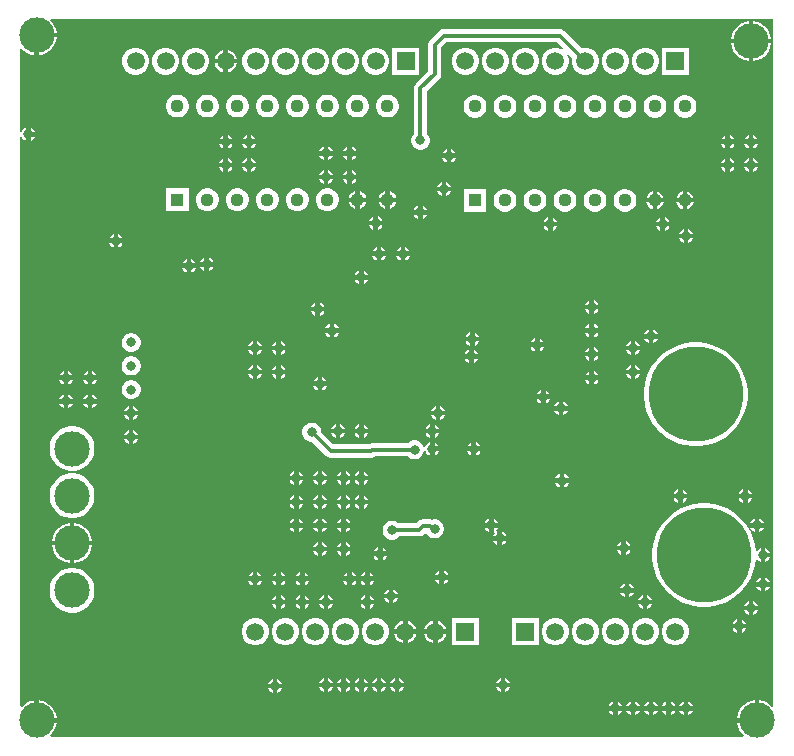
<source format=gbl>
G04*
G04 #@! TF.GenerationSoftware,Altium Limited,Altium Designer,21.4.1 (30)*
G04*
G04 Layer_Physical_Order=2*
G04 Layer_Color=16711680*
%FSLAX25Y25*%
%MOIN*%
G70*
G04*
G04 #@! TF.SameCoordinates,C77C1ACD-4D57-4A05-B96A-415324BACB4A*
G04*
G04*
G04 #@! TF.FilePolarity,Positive*
G04*
G01*
G75*
%ADD49C,0.01181*%
%ADD52C,0.05906*%
%ADD53R,0.05906X0.05906*%
%ADD54C,0.04449*%
%ADD55R,0.04449X0.04449*%
%ADD56C,0.11811*%
%ADD57C,0.31496*%
%ADD58C,0.03150*%
G36*
X253497Y12581D02*
X252997Y12374D01*
X252298Y13073D01*
X251202Y13805D01*
X249984Y14310D01*
X248781Y14549D01*
Y7874D01*
X248031D01*
Y7124D01*
X241357D01*
X241596Y5922D01*
X242100Y4704D01*
X242833Y3607D01*
X243532Y2908D01*
X243325Y2409D01*
X12581D01*
X12374Y2908D01*
X13073Y3607D01*
X13805Y4704D01*
X14310Y5922D01*
X14549Y7124D01*
X7874D01*
Y7874D01*
X7124D01*
Y14549D01*
X5922Y14310D01*
X4704Y13805D01*
X3607Y13073D01*
X2908Y12374D01*
X2409Y12581D01*
Y202212D01*
X2908Y202311D01*
X3115Y201812D01*
X3780Y201147D01*
X4368Y200903D01*
Y203150D01*
Y205396D01*
X3780Y205152D01*
X3115Y204488D01*
X2908Y203988D01*
X2409Y204087D01*
Y231514D01*
X2908Y231721D01*
X3607Y231022D01*
X4704Y230289D01*
X5922Y229785D01*
X7124Y229546D01*
Y236221D01*
X7874D01*
Y236970D01*
X14549D01*
X14310Y238173D01*
X13805Y239391D01*
X13073Y240487D01*
X12374Y241186D01*
X12581Y241686D01*
X253497D01*
Y12581D01*
D02*
G37*
%LPC*%
G36*
X246813Y240927D02*
Y235002D01*
X252738D01*
X252499Y236204D01*
X251994Y237422D01*
X251262Y238518D01*
X250329Y239451D01*
X249233Y240183D01*
X248015Y240688D01*
X246813Y240927D01*
D02*
G37*
G36*
X245313D02*
X244111Y240688D01*
X242893Y240183D01*
X241796Y239451D01*
X240864Y238518D01*
X240132Y237422D01*
X239627Y236204D01*
X239388Y235002D01*
X245313D01*
Y240927D01*
D02*
G37*
G36*
X182221Y238333D02*
X143605D01*
X142760Y238165D01*
X142044Y237686D01*
X138990Y234632D01*
X138512Y233916D01*
X138343Y233071D01*
Y224143D01*
X134266Y220065D01*
X133787Y219349D01*
X133619Y218504D01*
Y203428D01*
X133307Y203115D01*
X132892Y202397D01*
X132677Y201596D01*
Y200766D01*
X132892Y199965D01*
X133307Y199247D01*
X133893Y198661D01*
X134611Y198246D01*
X135412Y198031D01*
X136241D01*
X137042Y198246D01*
X137761Y198661D01*
X138347Y199247D01*
X138762Y199965D01*
X138976Y200766D01*
Y201596D01*
X138762Y202397D01*
X138347Y203115D01*
X138034Y203428D01*
Y217589D01*
X142112Y221667D01*
X142591Y222383D01*
X142759Y223228D01*
Y232156D01*
X144520Y233917D01*
X181307D01*
X183325Y231899D01*
X183018Y231499D01*
X182535Y231778D01*
X181383Y232087D01*
X180191D01*
X179040Y231778D01*
X178007Y231182D01*
X177164Y230339D01*
X176568Y229307D01*
X176260Y228155D01*
Y226963D01*
X176568Y225812D01*
X177164Y224779D01*
X178007Y223936D01*
X179040Y223340D01*
X180191Y223032D01*
X181383D01*
X182535Y223340D01*
X183567Y223936D01*
X184410Y224779D01*
X185006Y225812D01*
X185315Y226963D01*
Y228155D01*
X185006Y229307D01*
X184728Y229789D01*
X185128Y230097D01*
X186431Y228793D01*
X186260Y228155D01*
Y226963D01*
X186568Y225812D01*
X187164Y224779D01*
X188007Y223936D01*
X189040Y223340D01*
X190191Y223032D01*
X191383D01*
X192535Y223340D01*
X193567Y223936D01*
X194410Y224779D01*
X195006Y225812D01*
X195315Y226963D01*
Y228155D01*
X195006Y229307D01*
X194410Y230339D01*
X193567Y231182D01*
X192535Y231778D01*
X191383Y232087D01*
X190191D01*
X189553Y231916D01*
X183783Y237686D01*
X183066Y238165D01*
X182221Y238333D01*
D02*
G37*
G36*
X14549Y235471D02*
X8624D01*
Y229546D01*
X9826Y229785D01*
X11044Y230289D01*
X12140Y231022D01*
X13073Y231954D01*
X13805Y233050D01*
X14310Y234268D01*
X14549Y235471D01*
D02*
G37*
G36*
X71616Y231230D02*
Y228309D01*
X74537D01*
X74351Y229003D01*
X73859Y229856D01*
X73163Y230552D01*
X72310Y231044D01*
X71616Y231230D01*
D02*
G37*
G36*
X70116D02*
X69423Y231044D01*
X68570Y230552D01*
X67873Y229856D01*
X67381Y229003D01*
X67195Y228309D01*
X70116D01*
Y231230D01*
D02*
G37*
G36*
X252738Y233502D02*
X246813D01*
Y227577D01*
X248015Y227816D01*
X249233Y228321D01*
X250329Y229053D01*
X251262Y229985D01*
X251994Y231082D01*
X252499Y232300D01*
X252738Y233502D01*
D02*
G37*
G36*
X245313D02*
X239388D01*
X239627Y232300D01*
X240132Y231082D01*
X240864Y229985D01*
X241796Y229053D01*
X242893Y228321D01*
X244111Y227816D01*
X245313Y227577D01*
Y233502D01*
D02*
G37*
G36*
X74537Y226809D02*
X71616D01*
Y223888D01*
X72310Y224074D01*
X73163Y224566D01*
X73859Y225263D01*
X74351Y226115D01*
X74537Y226809D01*
D02*
G37*
G36*
X70116D02*
X67195D01*
X67381Y226115D01*
X67873Y225263D01*
X68570Y224566D01*
X69423Y224074D01*
X70116Y223888D01*
Y226809D01*
D02*
G37*
G36*
X225315Y232087D02*
X216260D01*
Y223032D01*
X225315D01*
Y232087D01*
D02*
G37*
G36*
X211383D02*
X210191D01*
X209040Y231778D01*
X208007Y231182D01*
X207164Y230339D01*
X206568Y229307D01*
X206260Y228155D01*
Y226963D01*
X206568Y225812D01*
X207164Y224779D01*
X208007Y223936D01*
X209040Y223340D01*
X210191Y223032D01*
X211383D01*
X212535Y223340D01*
X213567Y223936D01*
X214410Y224779D01*
X215006Y225812D01*
X215315Y226963D01*
Y228155D01*
X215006Y229307D01*
X214410Y230339D01*
X213567Y231182D01*
X212535Y231778D01*
X211383Y232087D01*
D02*
G37*
G36*
X201383D02*
X200191D01*
X199040Y231778D01*
X198007Y231182D01*
X197164Y230339D01*
X196568Y229307D01*
X196260Y228155D01*
Y226963D01*
X196568Y225812D01*
X197164Y224779D01*
X198007Y223936D01*
X199040Y223340D01*
X200191Y223032D01*
X201383D01*
X202535Y223340D01*
X203567Y223936D01*
X204410Y224779D01*
X205006Y225812D01*
X205315Y226963D01*
Y228155D01*
X205006Y229307D01*
X204410Y230339D01*
X203567Y231182D01*
X202535Y231778D01*
X201383Y232087D01*
D02*
G37*
G36*
X171383D02*
X170191D01*
X169040Y231778D01*
X168007Y231182D01*
X167164Y230339D01*
X166568Y229307D01*
X166260Y228155D01*
Y226963D01*
X166568Y225812D01*
X167164Y224779D01*
X168007Y223936D01*
X169040Y223340D01*
X170191Y223032D01*
X171383D01*
X172535Y223340D01*
X173567Y223936D01*
X174410Y224779D01*
X175006Y225812D01*
X175315Y226963D01*
Y228155D01*
X175006Y229307D01*
X174410Y230339D01*
X173567Y231182D01*
X172535Y231778D01*
X171383Y232087D01*
D02*
G37*
G36*
X161383D02*
X160191D01*
X159040Y231778D01*
X158007Y231182D01*
X157164Y230339D01*
X156568Y229307D01*
X156260Y228155D01*
Y226963D01*
X156568Y225812D01*
X157164Y224779D01*
X158007Y223936D01*
X159040Y223340D01*
X160191Y223032D01*
X161383D01*
X162535Y223340D01*
X163567Y223936D01*
X164410Y224779D01*
X165006Y225812D01*
X165315Y226963D01*
Y228155D01*
X165006Y229307D01*
X164410Y230339D01*
X163567Y231182D01*
X162535Y231778D01*
X161383Y232087D01*
D02*
G37*
G36*
X151383D02*
X150191D01*
X149040Y231778D01*
X148007Y231182D01*
X147164Y230339D01*
X146568Y229307D01*
X146260Y228155D01*
Y226963D01*
X146568Y225812D01*
X147164Y224779D01*
X148007Y223936D01*
X149040Y223340D01*
X150191Y223032D01*
X151383D01*
X152535Y223340D01*
X153567Y223936D01*
X154410Y224779D01*
X155006Y225812D01*
X155315Y226963D01*
Y228155D01*
X155006Y229307D01*
X154410Y230339D01*
X153567Y231182D01*
X152535Y231778D01*
X151383Y232087D01*
D02*
G37*
G36*
X135394D02*
X126339D01*
Y223032D01*
X135394D01*
Y232087D01*
D02*
G37*
G36*
X121462D02*
X120270D01*
X119119Y231778D01*
X118086Y231182D01*
X117243Y230339D01*
X116647Y229307D01*
X116339Y228155D01*
Y226963D01*
X116647Y225812D01*
X117243Y224779D01*
X118086Y223936D01*
X119119Y223340D01*
X120270Y223032D01*
X121462D01*
X122614Y223340D01*
X123646Y223936D01*
X124489Y224779D01*
X125085Y225812D01*
X125394Y226963D01*
Y228155D01*
X125085Y229307D01*
X124489Y230339D01*
X123646Y231182D01*
X122614Y231778D01*
X121462Y232087D01*
D02*
G37*
G36*
X111462D02*
X110270D01*
X109119Y231778D01*
X108086Y231182D01*
X107243Y230339D01*
X106647Y229307D01*
X106339Y228155D01*
Y226963D01*
X106647Y225812D01*
X107243Y224779D01*
X108086Y223936D01*
X109119Y223340D01*
X110270Y223032D01*
X111462D01*
X112614Y223340D01*
X113646Y223936D01*
X114489Y224779D01*
X115085Y225812D01*
X115394Y226963D01*
Y228155D01*
X115085Y229307D01*
X114489Y230339D01*
X113646Y231182D01*
X112614Y231778D01*
X111462Y232087D01*
D02*
G37*
G36*
X101462D02*
X100270D01*
X99119Y231778D01*
X98086Y231182D01*
X97243Y230339D01*
X96647Y229307D01*
X96339Y228155D01*
Y226963D01*
X96647Y225812D01*
X97243Y224779D01*
X98086Y223936D01*
X99119Y223340D01*
X100270Y223032D01*
X101462D01*
X102614Y223340D01*
X103646Y223936D01*
X104489Y224779D01*
X105085Y225812D01*
X105394Y226963D01*
Y228155D01*
X105085Y229307D01*
X104489Y230339D01*
X103646Y231182D01*
X102614Y231778D01*
X101462Y232087D01*
D02*
G37*
G36*
X91462D02*
X90270D01*
X89119Y231778D01*
X88086Y231182D01*
X87243Y230339D01*
X86647Y229307D01*
X86339Y228155D01*
Y226963D01*
X86647Y225812D01*
X87243Y224779D01*
X88086Y223936D01*
X89119Y223340D01*
X90270Y223032D01*
X91462D01*
X92614Y223340D01*
X93646Y223936D01*
X94489Y224779D01*
X95085Y225812D01*
X95394Y226963D01*
Y228155D01*
X95085Y229307D01*
X94489Y230339D01*
X93646Y231182D01*
X92614Y231778D01*
X91462Y232087D01*
D02*
G37*
G36*
X81462D02*
X80270D01*
X79119Y231778D01*
X78086Y231182D01*
X77243Y230339D01*
X76647Y229307D01*
X76339Y228155D01*
Y226963D01*
X76647Y225812D01*
X77243Y224779D01*
X78086Y223936D01*
X79119Y223340D01*
X80270Y223032D01*
X81462D01*
X82614Y223340D01*
X83646Y223936D01*
X84489Y224779D01*
X85085Y225812D01*
X85394Y226963D01*
Y228155D01*
X85085Y229307D01*
X84489Y230339D01*
X83646Y231182D01*
X82614Y231778D01*
X81462Y232087D01*
D02*
G37*
G36*
X61462D02*
X60270D01*
X59119Y231778D01*
X58086Y231182D01*
X57243Y230339D01*
X56647Y229307D01*
X56339Y228155D01*
Y226963D01*
X56647Y225812D01*
X57243Y224779D01*
X58086Y223936D01*
X59119Y223340D01*
X60270Y223032D01*
X61462D01*
X62614Y223340D01*
X63646Y223936D01*
X64489Y224779D01*
X65085Y225812D01*
X65394Y226963D01*
Y228155D01*
X65085Y229307D01*
X64489Y230339D01*
X63646Y231182D01*
X62614Y231778D01*
X61462Y232087D01*
D02*
G37*
G36*
X51462D02*
X50270D01*
X49119Y231778D01*
X48086Y231182D01*
X47243Y230339D01*
X46647Y229307D01*
X46339Y228155D01*
Y226963D01*
X46647Y225812D01*
X47243Y224779D01*
X48086Y223936D01*
X49119Y223340D01*
X50270Y223032D01*
X51462D01*
X52614Y223340D01*
X53646Y223936D01*
X54489Y224779D01*
X55085Y225812D01*
X55394Y226963D01*
Y228155D01*
X55085Y229307D01*
X54489Y230339D01*
X53646Y231182D01*
X52614Y231778D01*
X51462Y232087D01*
D02*
G37*
G36*
X41462D02*
X40270D01*
X39119Y231778D01*
X38086Y231182D01*
X37243Y230339D01*
X36647Y229307D01*
X36339Y228155D01*
Y226963D01*
X36647Y225812D01*
X37243Y224779D01*
X38086Y223936D01*
X39119Y223340D01*
X40270Y223032D01*
X41462D01*
X42614Y223340D01*
X43646Y223936D01*
X44489Y224779D01*
X45085Y225812D01*
X45394Y226963D01*
Y228155D01*
X45085Y229307D01*
X44489Y230339D01*
X43646Y231182D01*
X42614Y231778D01*
X41462Y232087D01*
D02*
G37*
G36*
X125303Y216398D02*
X124303D01*
X123337Y216139D01*
X122470Y215638D01*
X121763Y214931D01*
X121263Y214065D01*
X121004Y213099D01*
Y212098D01*
X121263Y211132D01*
X121763Y210266D01*
X122470Y209558D01*
X123337Y209058D01*
X124303Y208799D01*
X125303D01*
X126270Y209058D01*
X127136Y209558D01*
X127843Y210266D01*
X128343Y211132D01*
X128602Y212098D01*
Y213099D01*
X128343Y214065D01*
X127843Y214931D01*
X127136Y215638D01*
X126270Y216139D01*
X125303Y216398D01*
D02*
G37*
G36*
X115303D02*
X114303D01*
X113337Y216139D01*
X112470Y215638D01*
X111763Y214931D01*
X111263Y214065D01*
X111004Y213099D01*
Y212098D01*
X111263Y211132D01*
X111763Y210266D01*
X112470Y209558D01*
X113337Y209058D01*
X114303Y208799D01*
X115303D01*
X116270Y209058D01*
X117136Y209558D01*
X117843Y210266D01*
X118343Y211132D01*
X118602Y212098D01*
Y213099D01*
X118343Y214065D01*
X117843Y214931D01*
X117136Y215638D01*
X116270Y216139D01*
X115303Y216398D01*
D02*
G37*
G36*
X105303D02*
X104303D01*
X103337Y216139D01*
X102470Y215638D01*
X101763Y214931D01*
X101263Y214065D01*
X101004Y213099D01*
Y212098D01*
X101263Y211132D01*
X101763Y210266D01*
X102470Y209558D01*
X103337Y209058D01*
X104303Y208799D01*
X105303D01*
X106270Y209058D01*
X107136Y209558D01*
X107843Y210266D01*
X108343Y211132D01*
X108602Y212098D01*
Y213099D01*
X108343Y214065D01*
X107843Y214931D01*
X107136Y215638D01*
X106270Y216139D01*
X105303Y216398D01*
D02*
G37*
G36*
X95303D02*
X94303D01*
X93337Y216139D01*
X92470Y215638D01*
X91763Y214931D01*
X91263Y214065D01*
X91004Y213099D01*
Y212098D01*
X91263Y211132D01*
X91763Y210266D01*
X92470Y209558D01*
X93337Y209058D01*
X94303Y208799D01*
X95303D01*
X96270Y209058D01*
X97136Y209558D01*
X97843Y210266D01*
X98343Y211132D01*
X98602Y212098D01*
Y213099D01*
X98343Y214065D01*
X97843Y214931D01*
X97136Y215638D01*
X96270Y216139D01*
X95303Y216398D01*
D02*
G37*
G36*
X85303D02*
X84303D01*
X83337Y216139D01*
X82470Y215638D01*
X81763Y214931D01*
X81263Y214065D01*
X81004Y213099D01*
Y212098D01*
X81263Y211132D01*
X81763Y210266D01*
X82470Y209558D01*
X83337Y209058D01*
X84303Y208799D01*
X85303D01*
X86270Y209058D01*
X87136Y209558D01*
X87843Y210266D01*
X88343Y211132D01*
X88602Y212098D01*
Y213099D01*
X88343Y214065D01*
X87843Y214931D01*
X87136Y215638D01*
X86270Y216139D01*
X85303Y216398D01*
D02*
G37*
G36*
X75303D02*
X74303D01*
X73337Y216139D01*
X72470Y215638D01*
X71763Y214931D01*
X71263Y214065D01*
X71004Y213099D01*
Y212098D01*
X71263Y211132D01*
X71763Y210266D01*
X72470Y209558D01*
X73337Y209058D01*
X74303Y208799D01*
X75303D01*
X76270Y209058D01*
X77136Y209558D01*
X77843Y210266D01*
X78343Y211132D01*
X78602Y212098D01*
Y213099D01*
X78343Y214065D01*
X77843Y214931D01*
X77136Y215638D01*
X76270Y216139D01*
X75303Y216398D01*
D02*
G37*
G36*
X65303D02*
X64303D01*
X63337Y216139D01*
X62470Y215638D01*
X61763Y214931D01*
X61263Y214065D01*
X61004Y213099D01*
Y212098D01*
X61263Y211132D01*
X61763Y210266D01*
X62470Y209558D01*
X63337Y209058D01*
X64303Y208799D01*
X65303D01*
X66270Y209058D01*
X67136Y209558D01*
X67843Y210266D01*
X68343Y211132D01*
X68602Y212098D01*
Y213099D01*
X68343Y214065D01*
X67843Y214931D01*
X67136Y215638D01*
X66270Y216139D01*
X65303Y216398D01*
D02*
G37*
G36*
X55303D02*
X54303D01*
X53337Y216139D01*
X52470Y215638D01*
X51763Y214931D01*
X51263Y214065D01*
X51004Y213099D01*
Y212098D01*
X51263Y211132D01*
X51763Y210266D01*
X52470Y209558D01*
X53337Y209058D01*
X54303Y208799D01*
X55303D01*
X56270Y209058D01*
X57136Y209558D01*
X57843Y210266D01*
X58343Y211132D01*
X58602Y212098D01*
Y213099D01*
X58343Y214065D01*
X57843Y214931D01*
X57136Y215638D01*
X56270Y216139D01*
X55303Y216398D01*
D02*
G37*
G36*
X224477Y216280D02*
X223476D01*
X222510Y216021D01*
X221644Y215521D01*
X220936Y214813D01*
X220436Y213947D01*
X220177Y212981D01*
Y211980D01*
X220436Y211014D01*
X220936Y210148D01*
X221644Y209440D01*
X222510Y208940D01*
X223476Y208681D01*
X224477D01*
X225443Y208940D01*
X226309Y209440D01*
X227016Y210148D01*
X227517Y211014D01*
X227776Y211980D01*
Y212981D01*
X227517Y213947D01*
X227016Y214813D01*
X226309Y215521D01*
X225443Y216021D01*
X224477Y216280D01*
D02*
G37*
G36*
X214476D02*
X213476D01*
X212510Y216021D01*
X211644Y215521D01*
X210936Y214813D01*
X210436Y213947D01*
X210177Y212981D01*
Y211980D01*
X210436Y211014D01*
X210936Y210148D01*
X211644Y209440D01*
X212510Y208940D01*
X213476Y208681D01*
X214476D01*
X215443Y208940D01*
X216309Y209440D01*
X217016Y210148D01*
X217517Y211014D01*
X217776Y211980D01*
Y212981D01*
X217517Y213947D01*
X217016Y214813D01*
X216309Y215521D01*
X215443Y216021D01*
X214476Y216280D01*
D02*
G37*
G36*
X204476D02*
X203476D01*
X202510Y216021D01*
X201644Y215521D01*
X200936Y214813D01*
X200436Y213947D01*
X200177Y212981D01*
Y211980D01*
X200436Y211014D01*
X200936Y210148D01*
X201644Y209440D01*
X202510Y208940D01*
X203476Y208681D01*
X204476D01*
X205443Y208940D01*
X206309Y209440D01*
X207016Y210148D01*
X207517Y211014D01*
X207775Y211980D01*
Y212981D01*
X207517Y213947D01*
X207016Y214813D01*
X206309Y215521D01*
X205443Y216021D01*
X204476Y216280D01*
D02*
G37*
G36*
X194476D02*
X193476D01*
X192510Y216021D01*
X191644Y215521D01*
X190936Y214813D01*
X190436Y213947D01*
X190177Y212981D01*
Y211980D01*
X190436Y211014D01*
X190936Y210148D01*
X191644Y209440D01*
X192510Y208940D01*
X193476Y208681D01*
X194476D01*
X195443Y208940D01*
X196309Y209440D01*
X197017Y210148D01*
X197517Y211014D01*
X197775Y211980D01*
Y212981D01*
X197517Y213947D01*
X197017Y214813D01*
X196309Y215521D01*
X195443Y216021D01*
X194476Y216280D01*
D02*
G37*
G36*
X184476D02*
X183476D01*
X182510Y216021D01*
X181644Y215521D01*
X180936Y214813D01*
X180436Y213947D01*
X180177Y212981D01*
Y211980D01*
X180436Y211014D01*
X180936Y210148D01*
X181644Y209440D01*
X182510Y208940D01*
X183476Y208681D01*
X184476D01*
X185443Y208940D01*
X186309Y209440D01*
X187016Y210148D01*
X187517Y211014D01*
X187776Y211980D01*
Y212981D01*
X187517Y213947D01*
X187016Y214813D01*
X186309Y215521D01*
X185443Y216021D01*
X184476Y216280D01*
D02*
G37*
G36*
X174477D02*
X173476D01*
X172510Y216021D01*
X171644Y215521D01*
X170936Y214813D01*
X170436Y213947D01*
X170177Y212981D01*
Y211980D01*
X170436Y211014D01*
X170936Y210148D01*
X171644Y209440D01*
X172510Y208940D01*
X173476Y208681D01*
X174477D01*
X175443Y208940D01*
X176309Y209440D01*
X177016Y210148D01*
X177517Y211014D01*
X177776Y211980D01*
Y212981D01*
X177517Y213947D01*
X177016Y214813D01*
X176309Y215521D01*
X175443Y216021D01*
X174477Y216280D01*
D02*
G37*
G36*
X164477D02*
X163476D01*
X162510Y216021D01*
X161644Y215521D01*
X160936Y214813D01*
X160436Y213947D01*
X160177Y212981D01*
Y211980D01*
X160436Y211014D01*
X160936Y210148D01*
X161644Y209440D01*
X162510Y208940D01*
X163476Y208681D01*
X164477D01*
X165443Y208940D01*
X166309Y209440D01*
X167016Y210148D01*
X167517Y211014D01*
X167775Y211980D01*
Y212981D01*
X167517Y213947D01*
X167016Y214813D01*
X166309Y215521D01*
X165443Y216021D01*
X164477Y216280D01*
D02*
G37*
G36*
X154476D02*
X153476D01*
X152510Y216021D01*
X151644Y215521D01*
X150936Y214813D01*
X150436Y213947D01*
X150177Y212981D01*
Y211980D01*
X150436Y211014D01*
X150936Y210148D01*
X151644Y209440D01*
X152510Y208940D01*
X153476Y208681D01*
X154476D01*
X155443Y208940D01*
X156309Y209440D01*
X157017Y210148D01*
X157517Y211014D01*
X157775Y211980D01*
Y212981D01*
X157517Y213947D01*
X157017Y214813D01*
X156309Y215521D01*
X155443Y216021D01*
X154476Y216280D01*
D02*
G37*
G36*
X5868Y205396D02*
Y203900D01*
X7364D01*
X7121Y204488D01*
X6456Y205152D01*
X5868Y205396D01*
D02*
G37*
G36*
X246813Y203034D02*
Y201537D01*
X248309D01*
X248066Y202126D01*
X247401Y202790D01*
X246813Y203034D01*
D02*
G37*
G36*
X245313D02*
X244725Y202790D01*
X244060Y202126D01*
X243817Y201537D01*
X245313D01*
Y203034D01*
D02*
G37*
G36*
X238939D02*
Y201537D01*
X240435D01*
X240192Y202126D01*
X239527Y202790D01*
X238939Y203034D01*
D02*
G37*
G36*
X237439D02*
X236851Y202790D01*
X236186Y202126D01*
X235943Y201537D01*
X237439D01*
Y203034D01*
D02*
G37*
G36*
X79490D02*
Y201537D01*
X80986D01*
X80743Y202126D01*
X80078Y202790D01*
X79490Y203034D01*
D02*
G37*
G36*
X77990D02*
X77402Y202790D01*
X76738Y202126D01*
X76494Y201537D01*
X77990D01*
Y203034D01*
D02*
G37*
G36*
X71616D02*
Y201537D01*
X73112D01*
X72869Y202126D01*
X72204Y202790D01*
X71616Y203034D01*
D02*
G37*
G36*
X70116D02*
X69528Y202790D01*
X68864Y202126D01*
X68620Y201537D01*
X70116D01*
Y203034D01*
D02*
G37*
G36*
X7364Y202400D02*
X5868D01*
Y200903D01*
X6456Y201147D01*
X7121Y201812D01*
X7364Y202400D01*
D02*
G37*
G36*
X80986Y200037D02*
X79490D01*
Y198541D01*
X80078Y198785D01*
X80743Y199449D01*
X80986Y200037D01*
D02*
G37*
G36*
X77990D02*
X76494D01*
X76738Y199449D01*
X77402Y198785D01*
X77990Y198541D01*
Y200037D01*
D02*
G37*
G36*
X73112D02*
X71616D01*
Y198541D01*
X72204Y198785D01*
X72869Y199449D01*
X73112Y200037D01*
D02*
G37*
G36*
X70116D02*
X68620D01*
X68864Y199449D01*
X69528Y198785D01*
X70116Y198541D01*
Y200037D01*
D02*
G37*
G36*
X248309D02*
X246813D01*
Y198541D01*
X247401Y198785D01*
X248066Y199449D01*
X248309Y200037D01*
D02*
G37*
G36*
X245313D02*
X243817D01*
X244060Y199449D01*
X244725Y198785D01*
X245313Y198541D01*
Y200037D01*
D02*
G37*
G36*
X240435D02*
X238939D01*
Y198541D01*
X239527Y198785D01*
X240192Y199449D01*
X240435Y200037D01*
D02*
G37*
G36*
X237439D02*
X235943D01*
X236186Y199449D01*
X236851Y198785D01*
X237439Y198541D01*
Y200037D01*
D02*
G37*
G36*
X112955Y199097D02*
Y197600D01*
X114451D01*
X114207Y198188D01*
X113543Y198853D01*
X112955Y199097D01*
D02*
G37*
G36*
X111455D02*
X110867Y198853D01*
X110202Y198188D01*
X109959Y197600D01*
X111455D01*
Y199097D01*
D02*
G37*
G36*
X105081D02*
Y197600D01*
X106577D01*
X106333Y198188D01*
X105669Y198853D01*
X105081Y199097D01*
D02*
G37*
G36*
X103581D02*
X102993Y198853D01*
X102328Y198188D01*
X102085Y197600D01*
X103581D01*
Y199097D01*
D02*
G37*
G36*
X146026Y198309D02*
Y196813D01*
X147522D01*
X147278Y197401D01*
X146614Y198066D01*
X146026Y198309D01*
D02*
G37*
G36*
X144526D02*
X143938Y198066D01*
X143273Y197401D01*
X143029Y196813D01*
X144526D01*
Y198309D01*
D02*
G37*
G36*
X114451Y196100D02*
X112955D01*
Y194604D01*
X113543Y194848D01*
X114207Y195512D01*
X114451Y196100D01*
D02*
G37*
G36*
X111455D02*
X109959D01*
X110202Y195512D01*
X110867Y194848D01*
X111455Y194604D01*
Y196100D01*
D02*
G37*
G36*
X106577D02*
X105081D01*
Y194604D01*
X105669Y194848D01*
X106333Y195512D01*
X106577Y196100D01*
D02*
G37*
G36*
X103581D02*
X102085D01*
X102328Y195512D01*
X102993Y194848D01*
X103581Y194604D01*
Y196100D01*
D02*
G37*
G36*
X147522Y195313D02*
X146026D01*
Y193817D01*
X146614Y194060D01*
X147278Y194725D01*
X147522Y195313D01*
D02*
G37*
G36*
X144526D02*
X143029D01*
X143273Y194725D01*
X143938Y194060D01*
X144526Y193817D01*
Y195313D01*
D02*
G37*
G36*
X246813Y195159D02*
Y193663D01*
X248309D01*
X248066Y194252D01*
X247401Y194916D01*
X246813Y195159D01*
D02*
G37*
G36*
X245313D02*
X244725Y194916D01*
X244060Y194252D01*
X243817Y193663D01*
X245313D01*
Y195159D01*
D02*
G37*
G36*
X238939D02*
Y193663D01*
X240435D01*
X240192Y194252D01*
X239527Y194916D01*
X238939Y195159D01*
D02*
G37*
G36*
X237439D02*
X236851Y194916D01*
X236186Y194252D01*
X235943Y193663D01*
X237439D01*
Y195159D01*
D02*
G37*
G36*
X79490D02*
Y193663D01*
X80986D01*
X80743Y194252D01*
X80078Y194916D01*
X79490Y195159D01*
D02*
G37*
G36*
X77990D02*
X77402Y194916D01*
X76738Y194252D01*
X76494Y193663D01*
X77990D01*
Y195159D01*
D02*
G37*
G36*
X71616D02*
Y193663D01*
X73112D01*
X72869Y194252D01*
X72204Y194916D01*
X71616Y195159D01*
D02*
G37*
G36*
X70116D02*
X69528Y194916D01*
X68864Y194252D01*
X68620Y193663D01*
X70116D01*
Y195159D01*
D02*
G37*
G36*
X248309Y192163D02*
X246813D01*
Y190667D01*
X247401Y190911D01*
X248066Y191575D01*
X248309Y192163D01*
D02*
G37*
G36*
X245313D02*
X243817D01*
X244060Y191575D01*
X244725Y190911D01*
X245313Y190667D01*
Y192163D01*
D02*
G37*
G36*
X240435D02*
X238939D01*
Y190667D01*
X239527Y190911D01*
X240192Y191575D01*
X240435Y192163D01*
D02*
G37*
G36*
X237439D02*
X235943D01*
X236186Y191575D01*
X236851Y190911D01*
X237439Y190667D01*
Y192163D01*
D02*
G37*
G36*
X80986D02*
X79490D01*
Y190667D01*
X80078Y190911D01*
X80743Y191575D01*
X80986Y192163D01*
D02*
G37*
G36*
X77990D02*
X76494D01*
X76738Y191575D01*
X77402Y190911D01*
X77990Y190667D01*
Y192163D01*
D02*
G37*
G36*
X73112D02*
X71616D01*
Y190667D01*
X72204Y190911D01*
X72869Y191575D01*
X73112Y192163D01*
D02*
G37*
G36*
X70116D02*
X68620D01*
X68864Y191575D01*
X69528Y190911D01*
X70116Y190667D01*
Y192163D01*
D02*
G37*
G36*
X112955Y191223D02*
Y189726D01*
X114451D01*
X114207Y190314D01*
X113543Y190979D01*
X112955Y191223D01*
D02*
G37*
G36*
X111455D02*
X110867Y190979D01*
X110202Y190314D01*
X109959Y189726D01*
X111455D01*
Y191223D01*
D02*
G37*
G36*
X105081D02*
Y189726D01*
X106577D01*
X106333Y190314D01*
X105669Y190979D01*
X105081Y191223D01*
D02*
G37*
G36*
X103581D02*
X102993Y190979D01*
X102328Y190314D01*
X102085Y189726D01*
X103581D01*
Y191223D01*
D02*
G37*
G36*
X114451Y188226D02*
X112955D01*
Y186730D01*
X113543Y186974D01*
X114207Y187638D01*
X114451Y188226D01*
D02*
G37*
G36*
X111455D02*
X109959D01*
X110202Y187638D01*
X110867Y186974D01*
X111455Y186730D01*
Y188226D01*
D02*
G37*
G36*
X106577D02*
X105081D01*
Y186730D01*
X105669Y186974D01*
X106333Y187638D01*
X106577Y188226D01*
D02*
G37*
G36*
X103581D02*
X102085D01*
X102328Y187638D01*
X102993Y186974D01*
X103581Y186730D01*
Y188226D01*
D02*
G37*
G36*
X144451Y187285D02*
Y185789D01*
X145947D01*
X145703Y186377D01*
X145039Y187042D01*
X144451Y187285D01*
D02*
G37*
G36*
X142951D02*
X142363Y187042D01*
X141698Y186377D01*
X141455Y185789D01*
X142951D01*
Y187285D01*
D02*
G37*
G36*
X145947Y184289D02*
X144451D01*
Y182793D01*
X145039Y183037D01*
X145703Y183701D01*
X145947Y184289D01*
D02*
G37*
G36*
X142951D02*
X141455D01*
X141698Y183701D01*
X142363Y183037D01*
X142951Y182793D01*
Y184289D01*
D02*
G37*
G36*
X125553Y184256D02*
Y182089D01*
X127720D01*
X127610Y182501D01*
X127213Y183188D01*
X126652Y183749D01*
X125966Y184145D01*
X125553Y184256D01*
D02*
G37*
G36*
X115553D02*
Y182089D01*
X117720D01*
X117610Y182501D01*
X117213Y183188D01*
X116652Y183749D01*
X115966Y184145D01*
X115553Y184256D01*
D02*
G37*
G36*
X124053Y184256D02*
X123641Y184145D01*
X122954Y183749D01*
X122393Y183188D01*
X121997Y182501D01*
X121886Y182089D01*
X124053D01*
Y184256D01*
D02*
G37*
G36*
X114053D02*
X113641Y184145D01*
X112954Y183749D01*
X112393Y183188D01*
X111997Y182501D01*
X111886Y182089D01*
X114053D01*
Y184256D01*
D02*
G37*
G36*
X224726Y184137D02*
Y181970D01*
X226893D01*
X226783Y182383D01*
X226386Y183070D01*
X225826Y183630D01*
X225139Y184027D01*
X224726Y184137D01*
D02*
G37*
G36*
X214726D02*
Y181970D01*
X216893D01*
X216783Y182383D01*
X216386Y183070D01*
X215826Y183630D01*
X215139Y184027D01*
X214726Y184137D01*
D02*
G37*
G36*
X213226Y184137D02*
X212814Y184027D01*
X212127Y183630D01*
X211566Y183070D01*
X211170Y182383D01*
X211059Y181970D01*
X213226D01*
Y184137D01*
D02*
G37*
G36*
X223226D02*
X222814Y184027D01*
X222127Y183630D01*
X221566Y183070D01*
X221170Y182383D01*
X221059Y181970D01*
X223226D01*
Y184137D01*
D02*
G37*
G36*
X124053Y180589D02*
X121886D01*
X121997Y180176D01*
X122393Y179489D01*
X122954Y178928D01*
X123641Y178532D01*
X124053Y178421D01*
Y180589D01*
D02*
G37*
G36*
X114053D02*
X111886D01*
X111997Y180176D01*
X112393Y179489D01*
X112954Y178928D01*
X113641Y178532D01*
X114053Y178421D01*
Y180589D01*
D02*
G37*
G36*
X117720D02*
X115553D01*
Y178421D01*
X115966Y178532D01*
X116652Y178928D01*
X117213Y179489D01*
X117610Y180176D01*
X117720Y180589D01*
D02*
G37*
G36*
X127720D02*
X125553D01*
Y178421D01*
X125966Y178532D01*
X126652Y178928D01*
X127213Y179489D01*
X127610Y180176D01*
X127720Y180589D01*
D02*
G37*
G36*
X213226Y180470D02*
X211059D01*
X211170Y180058D01*
X211566Y179371D01*
X212127Y178810D01*
X212814Y178414D01*
X213226Y178303D01*
Y180470D01*
D02*
G37*
G36*
X223226D02*
X221059D01*
X221170Y180058D01*
X221566Y179371D01*
X222127Y178810D01*
X222814Y178414D01*
X223226Y178303D01*
Y180470D01*
D02*
G37*
G36*
X226893D02*
X224726D01*
Y178303D01*
X225139Y178414D01*
X225826Y178810D01*
X226386Y179371D01*
X226783Y180058D01*
X226893Y180470D01*
D02*
G37*
G36*
X216893D02*
X214726D01*
Y178303D01*
X215139Y178414D01*
X215826Y178810D01*
X216386Y179371D01*
X216783Y180058D01*
X216893Y180470D01*
D02*
G37*
G36*
X136577Y179411D02*
Y177915D01*
X138073D01*
X137829Y178503D01*
X137165Y179168D01*
X136577Y179411D01*
D02*
G37*
G36*
X135077D02*
X134489Y179168D01*
X133824Y178503D01*
X133581Y177915D01*
X135077D01*
Y179411D01*
D02*
G37*
G36*
X105303Y185138D02*
X104303D01*
X103337Y184879D01*
X102470Y184379D01*
X101763Y183671D01*
X101263Y182805D01*
X101004Y181839D01*
Y180838D01*
X101263Y179872D01*
X101763Y179006D01*
X102470Y178298D01*
X103337Y177798D01*
X104303Y177539D01*
X105303D01*
X106270Y177798D01*
X107136Y178298D01*
X107843Y179006D01*
X108343Y179872D01*
X108602Y180838D01*
Y181839D01*
X108343Y182805D01*
X107843Y183671D01*
X107136Y184379D01*
X106270Y184879D01*
X105303Y185138D01*
D02*
G37*
G36*
X95303D02*
X94303D01*
X93337Y184879D01*
X92470Y184379D01*
X91763Y183671D01*
X91263Y182805D01*
X91004Y181839D01*
Y180838D01*
X91263Y179872D01*
X91763Y179006D01*
X92470Y178298D01*
X93337Y177798D01*
X94303Y177539D01*
X95303D01*
X96270Y177798D01*
X97136Y178298D01*
X97843Y179006D01*
X98343Y179872D01*
X98602Y180838D01*
Y181839D01*
X98343Y182805D01*
X97843Y183671D01*
X97136Y184379D01*
X96270Y184879D01*
X95303Y185138D01*
D02*
G37*
G36*
X85303D02*
X84303D01*
X83337Y184879D01*
X82470Y184379D01*
X81763Y183671D01*
X81263Y182805D01*
X81004Y181839D01*
Y180838D01*
X81263Y179872D01*
X81763Y179006D01*
X82470Y178298D01*
X83337Y177798D01*
X84303Y177539D01*
X85303D01*
X86270Y177798D01*
X87136Y178298D01*
X87843Y179006D01*
X88343Y179872D01*
X88602Y180838D01*
Y181839D01*
X88343Y182805D01*
X87843Y183671D01*
X87136Y184379D01*
X86270Y184879D01*
X85303Y185138D01*
D02*
G37*
G36*
X75303D02*
X74303D01*
X73337Y184879D01*
X72470Y184379D01*
X71763Y183671D01*
X71263Y182805D01*
X71004Y181839D01*
Y180838D01*
X71263Y179872D01*
X71763Y179006D01*
X72470Y178298D01*
X73337Y177798D01*
X74303Y177539D01*
X75303D01*
X76270Y177798D01*
X77136Y178298D01*
X77843Y179006D01*
X78343Y179872D01*
X78602Y180838D01*
Y181839D01*
X78343Y182805D01*
X77843Y183671D01*
X77136Y184379D01*
X76270Y184879D01*
X75303Y185138D01*
D02*
G37*
G36*
X65303D02*
X64303D01*
X63337Y184879D01*
X62470Y184379D01*
X61763Y183671D01*
X61263Y182805D01*
X61004Y181839D01*
Y180838D01*
X61263Y179872D01*
X61763Y179006D01*
X62470Y178298D01*
X63337Y177798D01*
X64303Y177539D01*
X65303D01*
X66270Y177798D01*
X67136Y178298D01*
X67843Y179006D01*
X68343Y179872D01*
X68602Y180838D01*
Y181839D01*
X68343Y182805D01*
X67843Y183671D01*
X67136Y184379D01*
X66270Y184879D01*
X65303Y185138D01*
D02*
G37*
G36*
X58602D02*
X51004D01*
Y177539D01*
X58602D01*
Y185138D01*
D02*
G37*
G36*
X204476Y185020D02*
X203476D01*
X202510Y184761D01*
X201644Y184260D01*
X200936Y183553D01*
X200436Y182687D01*
X200177Y181721D01*
Y180720D01*
X200436Y179754D01*
X200936Y178888D01*
X201644Y178180D01*
X202510Y177680D01*
X203476Y177421D01*
X204476D01*
X205443Y177680D01*
X206309Y178180D01*
X207016Y178888D01*
X207517Y179754D01*
X207775Y180720D01*
Y181721D01*
X207517Y182687D01*
X207016Y183553D01*
X206309Y184260D01*
X205443Y184761D01*
X204476Y185020D01*
D02*
G37*
G36*
X194476D02*
X193476D01*
X192510Y184761D01*
X191644Y184260D01*
X190936Y183553D01*
X190436Y182687D01*
X190177Y181721D01*
Y180720D01*
X190436Y179754D01*
X190936Y178888D01*
X191644Y178180D01*
X192510Y177680D01*
X193476Y177421D01*
X194476D01*
X195443Y177680D01*
X196309Y178180D01*
X197017Y178888D01*
X197517Y179754D01*
X197775Y180720D01*
Y181721D01*
X197517Y182687D01*
X197017Y183553D01*
X196309Y184260D01*
X195443Y184761D01*
X194476Y185020D01*
D02*
G37*
G36*
X184476D02*
X183476D01*
X182510Y184761D01*
X181644Y184260D01*
X180936Y183553D01*
X180436Y182687D01*
X180177Y181721D01*
Y180720D01*
X180436Y179754D01*
X180936Y178888D01*
X181644Y178180D01*
X182510Y177680D01*
X183476Y177421D01*
X184476D01*
X185443Y177680D01*
X186309Y178180D01*
X187016Y178888D01*
X187517Y179754D01*
X187776Y180720D01*
Y181721D01*
X187517Y182687D01*
X187016Y183553D01*
X186309Y184260D01*
X185443Y184761D01*
X184476Y185020D01*
D02*
G37*
G36*
X174477D02*
X173476D01*
X172510Y184761D01*
X171644Y184260D01*
X170936Y183553D01*
X170436Y182687D01*
X170177Y181721D01*
Y180720D01*
X170436Y179754D01*
X170936Y178888D01*
X171644Y178180D01*
X172510Y177680D01*
X173476Y177421D01*
X174477D01*
X175443Y177680D01*
X176309Y178180D01*
X177016Y178888D01*
X177517Y179754D01*
X177776Y180720D01*
Y181721D01*
X177517Y182687D01*
X177016Y183553D01*
X176309Y184260D01*
X175443Y184761D01*
X174477Y185020D01*
D02*
G37*
G36*
X164477D02*
X163476D01*
X162510Y184761D01*
X161644Y184260D01*
X160936Y183553D01*
X160436Y182687D01*
X160177Y181721D01*
Y180720D01*
X160436Y179754D01*
X160936Y178888D01*
X161644Y178180D01*
X162510Y177680D01*
X163476Y177421D01*
X164477D01*
X165443Y177680D01*
X166309Y178180D01*
X167016Y178888D01*
X167517Y179754D01*
X167775Y180720D01*
Y181721D01*
X167517Y182687D01*
X167016Y183553D01*
X166309Y184260D01*
X165443Y184761D01*
X164477Y185020D01*
D02*
G37*
G36*
X157775D02*
X150177D01*
Y177421D01*
X157775D01*
Y185020D01*
D02*
G37*
G36*
X138073Y176415D02*
X136577D01*
Y174919D01*
X137165Y175163D01*
X137829Y175827D01*
X138073Y176415D01*
D02*
G37*
G36*
X135077D02*
X133581D01*
X133824Y175827D01*
X134489Y175163D01*
X135077Y174919D01*
Y176415D01*
D02*
G37*
G36*
X121616Y175868D02*
Y174372D01*
X123112D01*
X122869Y174960D01*
X122204Y175625D01*
X121616Y175868D01*
D02*
G37*
G36*
X120116D02*
X119528Y175625D01*
X118864Y174960D01*
X118620Y174372D01*
X120116D01*
Y175868D01*
D02*
G37*
G36*
X217285Y175475D02*
Y173978D01*
X218782D01*
X218538Y174566D01*
X217874Y175231D01*
X217285Y175475D01*
D02*
G37*
G36*
X215785D02*
X215197Y175231D01*
X214533Y174566D01*
X214289Y173978D01*
X215785D01*
Y175475D01*
D02*
G37*
G36*
X179884D02*
Y173978D01*
X181380D01*
X181136Y174566D01*
X180472Y175231D01*
X179884Y175475D01*
D02*
G37*
G36*
X178384D02*
X177796Y175231D01*
X177131Y174566D01*
X176888Y173978D01*
X178384D01*
Y175475D01*
D02*
G37*
G36*
X123112Y172872D02*
X121616D01*
Y171376D01*
X122204Y171619D01*
X122869Y172284D01*
X123112Y172872D01*
D02*
G37*
G36*
X120116D02*
X118620D01*
X118864Y172284D01*
X119528Y171619D01*
X120116Y171376D01*
Y172872D01*
D02*
G37*
G36*
X218782Y172478D02*
X217285D01*
Y170982D01*
X217874Y171226D01*
X218538Y171890D01*
X218782Y172478D01*
D02*
G37*
G36*
X215785D02*
X214289D01*
X214533Y171890D01*
X215197Y171226D01*
X215785Y170982D01*
Y172478D01*
D02*
G37*
G36*
X181380D02*
X179884D01*
Y170982D01*
X180472Y171226D01*
X181136Y171890D01*
X181380Y172478D01*
D02*
G37*
G36*
X178384D02*
X176888D01*
X177131Y171890D01*
X177796Y171226D01*
X178384Y170982D01*
Y172478D01*
D02*
G37*
G36*
X225160Y171537D02*
Y170041D01*
X226656D01*
X226412Y170629D01*
X225747Y171294D01*
X225160Y171537D01*
D02*
G37*
G36*
X223659D02*
X223071Y171294D01*
X222407Y170629D01*
X222163Y170041D01*
X223659D01*
Y171537D01*
D02*
G37*
G36*
X35002Y169963D02*
Y168466D01*
X36498D01*
X36255Y169055D01*
X35590Y169719D01*
X35002Y169963D01*
D02*
G37*
G36*
X33502D02*
X32914Y169719D01*
X32249Y169055D01*
X32006Y168466D01*
X33502D01*
Y169963D01*
D02*
G37*
G36*
X226656Y168541D02*
X225160D01*
Y167045D01*
X225747Y167289D01*
X226412Y167953D01*
X226656Y168541D01*
D02*
G37*
G36*
X223659D02*
X222163D01*
X222407Y167953D01*
X223071Y167289D01*
X223659Y167045D01*
Y168541D01*
D02*
G37*
G36*
X36498Y166966D02*
X35002D01*
Y165470D01*
X35590Y165714D01*
X36255Y166378D01*
X36498Y166966D01*
D02*
G37*
G36*
X33502D02*
X32006D01*
X32249Y166378D01*
X32914Y165714D01*
X33502Y165470D01*
Y166966D01*
D02*
G37*
G36*
X130671Y165632D02*
Y164136D01*
X132167D01*
X131924Y164724D01*
X131259Y165388D01*
X130671Y165632D01*
D02*
G37*
G36*
X129171D02*
X128583Y165388D01*
X127919Y164724D01*
X127675Y164136D01*
X129171D01*
Y165632D01*
D02*
G37*
G36*
X122797D02*
Y164136D01*
X124293D01*
X124050Y164724D01*
X123385Y165388D01*
X122797Y165632D01*
D02*
G37*
G36*
X121297D02*
X120709Y165388D01*
X120045Y164724D01*
X119801Y164136D01*
X121297D01*
Y165632D01*
D02*
G37*
G36*
X132167Y162636D02*
X130671D01*
Y161140D01*
X131259Y161383D01*
X131924Y162048D01*
X132167Y162636D01*
D02*
G37*
G36*
X129171D02*
X127675D01*
X127919Y162048D01*
X128583Y161383D01*
X129171Y161140D01*
Y162636D01*
D02*
G37*
G36*
X124293D02*
X122797D01*
Y161140D01*
X123385Y161383D01*
X124050Y162048D01*
X124293Y162636D01*
D02*
G37*
G36*
X121297D02*
X119801D01*
X120045Y162048D01*
X120709Y161383D01*
X121297Y161140D01*
Y162636D01*
D02*
G37*
G36*
X65317Y162089D02*
Y160592D01*
X66813D01*
X66570Y161181D01*
X65905Y161845D01*
X65317Y162089D01*
D02*
G37*
G36*
X63817D02*
X63229Y161845D01*
X62564Y161181D01*
X62321Y160592D01*
X63817D01*
Y162089D01*
D02*
G37*
G36*
X59411Y161695D02*
Y160199D01*
X60908D01*
X60664Y160787D01*
X60000Y161451D01*
X59411Y161695D01*
D02*
G37*
G36*
X57911D02*
X57323Y161451D01*
X56659Y160787D01*
X56415Y160199D01*
X57911D01*
Y161695D01*
D02*
G37*
G36*
X66813Y159092D02*
X65317D01*
Y157596D01*
X65905Y157840D01*
X66570Y158504D01*
X66813Y159092D01*
D02*
G37*
G36*
X63817D02*
X62321D01*
X62564Y158504D01*
X63229Y157840D01*
X63817Y157596D01*
Y159092D01*
D02*
G37*
G36*
X60908Y158699D02*
X59411D01*
Y157203D01*
X60000Y157446D01*
X60664Y158111D01*
X60908Y158699D01*
D02*
G37*
G36*
X57911D02*
X56415D01*
X56659Y158111D01*
X57323Y157446D01*
X57911Y157203D01*
Y158699D01*
D02*
G37*
G36*
X116892Y157758D02*
Y156262D01*
X118388D01*
X118144Y156850D01*
X117480Y157514D01*
X116892Y157758D01*
D02*
G37*
G36*
X115392D02*
X114804Y157514D01*
X114139Y156850D01*
X113896Y156262D01*
X115392D01*
Y157758D01*
D02*
G37*
G36*
X118388Y154762D02*
X116892D01*
Y153266D01*
X117480Y153509D01*
X118144Y154174D01*
X118388Y154762D01*
D02*
G37*
G36*
X115392D02*
X113896D01*
X114139Y154174D01*
X114804Y153509D01*
X115392Y153266D01*
Y154762D01*
D02*
G37*
G36*
X193663Y147915D02*
Y146419D01*
X195160D01*
X194916Y147007D01*
X194252Y147672D01*
X193663Y147915D01*
D02*
G37*
G36*
X192163D02*
X191575Y147672D01*
X190911Y147007D01*
X190667Y146419D01*
X192163D01*
Y147915D01*
D02*
G37*
G36*
X102325Y147128D02*
Y145632D01*
X103821D01*
X103577Y146220D01*
X102913Y146885D01*
X102325Y147128D01*
D02*
G37*
G36*
X100825D02*
X100237Y146885D01*
X99572Y146220D01*
X99329Y145632D01*
X100825D01*
Y147128D01*
D02*
G37*
G36*
X195160Y144919D02*
X193663D01*
Y143423D01*
X194252Y143667D01*
X194916Y144331D01*
X195160Y144919D01*
D02*
G37*
G36*
X192163D02*
X190667D01*
X190911Y144331D01*
X191575Y143667D01*
X192163Y143423D01*
Y144919D01*
D02*
G37*
G36*
X103821Y144132D02*
X102325D01*
Y142636D01*
X102913Y142879D01*
X103577Y143544D01*
X103821Y144132D01*
D02*
G37*
G36*
X100825D02*
X99329D01*
X99572Y143544D01*
X100237Y142879D01*
X100825Y142636D01*
Y144132D01*
D02*
G37*
G36*
X107049Y140041D02*
Y138545D01*
X108545D01*
X108302Y139133D01*
X107637Y139798D01*
X107049Y140041D01*
D02*
G37*
G36*
X105549D02*
X104961Y139798D01*
X104297Y139133D01*
X104053Y138545D01*
X105549D01*
Y140041D01*
D02*
G37*
G36*
X193663Y140041D02*
Y138545D01*
X195160D01*
X194916Y139133D01*
X194252Y139798D01*
X193663Y140041D01*
D02*
G37*
G36*
X192163D02*
X191575Y139798D01*
X190911Y139133D01*
X190667Y138545D01*
X192163D01*
Y140041D01*
D02*
G37*
G36*
X213348Y138073D02*
Y136577D01*
X214845D01*
X214601Y137165D01*
X213936Y137829D01*
X213348Y138073D01*
D02*
G37*
G36*
X211848D02*
X211260Y137829D01*
X210596Y137165D01*
X210352Y136577D01*
X211848D01*
Y138073D01*
D02*
G37*
G36*
X153900Y137285D02*
Y135789D01*
X155396D01*
X155152Y136377D01*
X154488Y137042D01*
X153900Y137285D01*
D02*
G37*
G36*
X152400D02*
X151812Y137042D01*
X151147Y136377D01*
X150903Y135789D01*
X152400D01*
Y137285D01*
D02*
G37*
G36*
X108545Y137045D02*
X107049D01*
Y135549D01*
X107637Y135793D01*
X108302Y136457D01*
X108545Y137045D01*
D02*
G37*
G36*
X105549D02*
X104053D01*
X104297Y136457D01*
X104961Y135793D01*
X105549Y135549D01*
Y137045D01*
D02*
G37*
G36*
X195160Y137045D02*
X193663D01*
Y135549D01*
X194252Y135793D01*
X194916Y136457D01*
X195160Y137045D01*
D02*
G37*
G36*
X192163D02*
X190667D01*
X190911Y136457D01*
X191575Y135793D01*
X192163Y135549D01*
Y137045D01*
D02*
G37*
G36*
X175553Y135317D02*
Y133821D01*
X177049D01*
X176806Y134409D01*
X176141Y135073D01*
X175553Y135317D01*
D02*
G37*
G36*
X174053D02*
X173465Y135073D01*
X172801Y134409D01*
X172557Y133821D01*
X174053D01*
Y135317D01*
D02*
G37*
G36*
X214845Y135077D02*
X213348D01*
Y133581D01*
X213936Y133824D01*
X214601Y134489D01*
X214845Y135077D01*
D02*
G37*
G36*
X211848D02*
X210352D01*
X210596Y134489D01*
X211260Y133824D01*
X211848Y133581D01*
Y135077D01*
D02*
G37*
G36*
X155396Y134289D02*
X153900D01*
Y132793D01*
X154488Y133037D01*
X155152Y133701D01*
X155396Y134289D01*
D02*
G37*
G36*
X152400D02*
X150903D01*
X151147Y133701D01*
X151812Y133037D01*
X152400Y132793D01*
Y134289D01*
D02*
G37*
G36*
X207443Y134136D02*
Y132640D01*
X208939D01*
X208696Y133228D01*
X208031Y133892D01*
X207443Y134136D01*
D02*
G37*
G36*
X205943D02*
X205355Y133892D01*
X204690Y133228D01*
X204447Y132640D01*
X205943D01*
Y134136D01*
D02*
G37*
G36*
X89333D02*
Y132640D01*
X90829D01*
X90585Y133228D01*
X89921Y133892D01*
X89333Y134136D01*
D02*
G37*
G36*
X87833D02*
X87245Y133892D01*
X86580Y133228D01*
X86336Y132640D01*
X87833D01*
Y134136D01*
D02*
G37*
G36*
X81459D02*
Y132640D01*
X82955D01*
X82711Y133228D01*
X82047Y133892D01*
X81459Y134136D01*
D02*
G37*
G36*
X79959D02*
X79371Y133892D01*
X78706Y133228D01*
X78462Y132640D01*
X79959D01*
Y134136D01*
D02*
G37*
G36*
X177049Y132321D02*
X175553D01*
Y130825D01*
X176141Y131068D01*
X176806Y131733D01*
X177049Y132321D01*
D02*
G37*
G36*
X174053D02*
X172557D01*
X172801Y131733D01*
X173465Y131068D01*
X174053Y130825D01*
Y132321D01*
D02*
G37*
G36*
X39785Y137008D02*
X38955D01*
X38154Y136793D01*
X37436Y136379D01*
X36850Y135792D01*
X36435Y135074D01*
X36220Y134273D01*
Y133444D01*
X36435Y132643D01*
X36850Y131924D01*
X37436Y131338D01*
X38154Y130923D01*
X38955Y130709D01*
X39785D01*
X40586Y130923D01*
X41304Y131338D01*
X41890Y131924D01*
X42305Y132643D01*
X42520Y133444D01*
Y134273D01*
X42305Y135074D01*
X41890Y135792D01*
X41304Y136379D01*
X40586Y136793D01*
X39785Y137008D01*
D02*
G37*
G36*
X193663Y132167D02*
Y130671D01*
X195160D01*
X194916Y131259D01*
X194252Y131924D01*
X193663Y132167D01*
D02*
G37*
G36*
X192163D02*
X191575Y131924D01*
X190911Y131259D01*
X190667Y130671D01*
X192163D01*
Y132167D01*
D02*
G37*
G36*
X153506Y131380D02*
Y129884D01*
X155002D01*
X154759Y130472D01*
X154094Y131136D01*
X153506Y131380D01*
D02*
G37*
G36*
X152006D02*
X151418Y131136D01*
X150753Y130472D01*
X150510Y129884D01*
X152006D01*
Y131380D01*
D02*
G37*
G36*
X208939Y131140D02*
X207443D01*
Y129644D01*
X208031Y129887D01*
X208696Y130552D01*
X208939Y131140D01*
D02*
G37*
G36*
X205943D02*
X204447D01*
X204690Y130552D01*
X205355Y129887D01*
X205943Y129644D01*
Y131140D01*
D02*
G37*
G36*
X90829D02*
X89333D01*
Y129644D01*
X89921Y129887D01*
X90585Y130552D01*
X90829Y131140D01*
D02*
G37*
G36*
X87833D02*
X86336D01*
X86580Y130552D01*
X87245Y129887D01*
X87833Y129644D01*
Y131140D01*
D02*
G37*
G36*
X82955D02*
X81459D01*
Y129644D01*
X82047Y129887D01*
X82711Y130552D01*
X82955Y131140D01*
D02*
G37*
G36*
X79959D02*
X78462D01*
X78706Y130552D01*
X79371Y129887D01*
X79959Y129644D01*
Y131140D01*
D02*
G37*
G36*
X195160Y129171D02*
X193663D01*
Y127675D01*
X194252Y127919D01*
X194916Y128583D01*
X195160Y129171D01*
D02*
G37*
G36*
X192163D02*
X190667D01*
X190911Y128583D01*
X191575Y127919D01*
X192163Y127675D01*
Y129171D01*
D02*
G37*
G36*
X155002Y128384D02*
X153506D01*
Y126888D01*
X154094Y127131D01*
X154759Y127796D01*
X155002Y128384D01*
D02*
G37*
G36*
X152006D02*
X150510D01*
X150753Y127796D01*
X151418Y127131D01*
X152006Y126888D01*
Y128384D01*
D02*
G37*
G36*
X207443Y126262D02*
Y124766D01*
X208939D01*
X208696Y125354D01*
X208031Y126018D01*
X207443Y126262D01*
D02*
G37*
G36*
X205943D02*
X205355Y126018D01*
X204690Y125354D01*
X204447Y124766D01*
X205943D01*
Y126262D01*
D02*
G37*
G36*
X89333Y126262D02*
Y124766D01*
X90829D01*
X90585Y125354D01*
X89921Y126018D01*
X89333Y126262D01*
D02*
G37*
G36*
X87833D02*
X87245Y126018D01*
X86580Y125354D01*
X86336Y124766D01*
X87833D01*
Y126262D01*
D02*
G37*
G36*
X81459D02*
Y124766D01*
X82955D01*
X82711Y125354D01*
X82047Y126018D01*
X81459Y126262D01*
D02*
G37*
G36*
X79959D02*
X79371Y126018D01*
X78706Y125354D01*
X78462Y124766D01*
X79959D01*
Y126262D01*
D02*
G37*
G36*
X39785Y129134D02*
X38955D01*
X38154Y128919D01*
X37436Y128505D01*
X36850Y127918D01*
X36435Y127200D01*
X36220Y126399D01*
Y125570D01*
X36435Y124769D01*
X36850Y124050D01*
X37436Y123464D01*
X38154Y123049D01*
X38955Y122835D01*
X39785D01*
X40586Y123049D01*
X41304Y123464D01*
X41890Y124050D01*
X42305Y124769D01*
X42520Y125570D01*
Y126399D01*
X42305Y127200D01*
X41890Y127918D01*
X41304Y128505D01*
X40586Y128919D01*
X39785Y129134D01*
D02*
G37*
G36*
X26341Y124293D02*
Y122797D01*
X27837D01*
X27593Y123385D01*
X26929Y124050D01*
X26341Y124293D01*
D02*
G37*
G36*
X24841D02*
X24252Y124050D01*
X23588Y123385D01*
X23344Y122797D01*
X24841D01*
Y124293D01*
D02*
G37*
G36*
X18466D02*
Y122797D01*
X19963D01*
X19719Y123385D01*
X19055Y124050D01*
X18466Y124293D01*
D02*
G37*
G36*
X16966D02*
X16378Y124050D01*
X15714Y123385D01*
X15470Y122797D01*
X16966D01*
Y124293D01*
D02*
G37*
G36*
X193663Y124293D02*
Y122797D01*
X195160D01*
X194916Y123385D01*
X194252Y124050D01*
X193663Y124293D01*
D02*
G37*
G36*
X192163D02*
X191575Y124050D01*
X190911Y123385D01*
X190667Y122797D01*
X192163D01*
Y124293D01*
D02*
G37*
G36*
X208939Y123266D02*
X207443D01*
Y121770D01*
X208031Y122013D01*
X208696Y122678D01*
X208939Y123266D01*
D02*
G37*
G36*
X205943D02*
X204447D01*
X204690Y122678D01*
X205355Y122013D01*
X205943Y121770D01*
Y123266D01*
D02*
G37*
G36*
X90829Y123266D02*
X89333D01*
Y121770D01*
X89921Y122013D01*
X90585Y122678D01*
X90829Y123266D01*
D02*
G37*
G36*
X87833D02*
X86336D01*
X86580Y122678D01*
X87245Y122013D01*
X87833Y121770D01*
Y123266D01*
D02*
G37*
G36*
X82955D02*
X81459D01*
Y121770D01*
X82047Y122013D01*
X82711Y122678D01*
X82955Y123266D01*
D02*
G37*
G36*
X79959D02*
X78462D01*
X78706Y122678D01*
X79371Y122013D01*
X79959Y121770D01*
Y123266D01*
D02*
G37*
G36*
X103112Y122325D02*
Y120829D01*
X104608D01*
X104365Y121417D01*
X103700Y122081D01*
X103112Y122325D01*
D02*
G37*
G36*
X101612D02*
X101024Y122081D01*
X100360Y121417D01*
X100116Y120829D01*
X101612D01*
Y122325D01*
D02*
G37*
G36*
X27837Y121297D02*
X26341D01*
Y119801D01*
X26929Y120045D01*
X27593Y120709D01*
X27837Y121297D01*
D02*
G37*
G36*
X24841D02*
X23344D01*
X23588Y120709D01*
X24252Y120045D01*
X24841Y119801D01*
Y121297D01*
D02*
G37*
G36*
X19963D02*
X18466D01*
Y119801D01*
X19055Y120045D01*
X19719Y120709D01*
X19963Y121297D01*
D02*
G37*
G36*
X16966D02*
X15470D01*
X15714Y120709D01*
X16378Y120045D01*
X16966Y119801D01*
Y121297D01*
D02*
G37*
G36*
X195160Y121297D02*
X193663D01*
Y119801D01*
X194252Y120045D01*
X194916Y120709D01*
X195160Y121297D01*
D02*
G37*
G36*
X192163D02*
X190667D01*
X190911Y120709D01*
X191575Y120045D01*
X192163Y119801D01*
Y121297D01*
D02*
G37*
G36*
X104608Y119329D02*
X103112D01*
Y117833D01*
X103700Y118076D01*
X104365Y118741D01*
X104608Y119329D01*
D02*
G37*
G36*
X101612D02*
X100116D01*
X100360Y118741D01*
X101024Y118076D01*
X101612Y117833D01*
Y119329D01*
D02*
G37*
G36*
X177522Y117994D02*
Y116498D01*
X179018D01*
X178774Y117086D01*
X178110Y117751D01*
X177522Y117994D01*
D02*
G37*
G36*
X176022D02*
X175434Y117751D01*
X174769Y117086D01*
X174525Y116498D01*
X176022D01*
Y117994D01*
D02*
G37*
G36*
X39785Y121260D02*
X38955D01*
X38154Y121045D01*
X37436Y120631D01*
X36850Y120044D01*
X36435Y119326D01*
X36220Y118525D01*
Y117696D01*
X36435Y116894D01*
X36850Y116176D01*
X37436Y115590D01*
X38154Y115175D01*
X38955Y114961D01*
X39785D01*
X40586Y115175D01*
X41304Y115590D01*
X41890Y116176D01*
X42305Y116894D01*
X42520Y117696D01*
Y118525D01*
X42305Y119326D01*
X41890Y120044D01*
X41304Y120631D01*
X40586Y121045D01*
X39785Y121260D01*
D02*
G37*
G36*
X26341Y116419D02*
Y114923D01*
X27837D01*
X27593Y115511D01*
X26929Y116176D01*
X26341Y116419D01*
D02*
G37*
G36*
X24841D02*
X24252Y116176D01*
X23588Y115511D01*
X23344Y114923D01*
X24841D01*
Y116419D01*
D02*
G37*
G36*
X18466D02*
Y114923D01*
X19963D01*
X19719Y115511D01*
X19055Y116176D01*
X18466Y116419D01*
D02*
G37*
G36*
X16966D02*
X16378Y116176D01*
X15714Y115511D01*
X15470Y114923D01*
X16966D01*
Y116419D01*
D02*
G37*
G36*
X179018Y114998D02*
X177522D01*
Y113502D01*
X178110Y113745D01*
X178774Y114410D01*
X179018Y114998D01*
D02*
G37*
G36*
X176022D02*
X174525D01*
X174769Y114410D01*
X175434Y113745D01*
X176022Y113502D01*
Y114998D01*
D02*
G37*
G36*
X183427Y114057D02*
Y112561D01*
X184923D01*
X184680Y113149D01*
X184015Y113814D01*
X183427Y114057D01*
D02*
G37*
G36*
X181927D02*
X181339Y113814D01*
X180675Y113149D01*
X180431Y112561D01*
X181927D01*
Y114057D01*
D02*
G37*
G36*
X27837Y113423D02*
X26341D01*
Y111927D01*
X26929Y112171D01*
X27593Y112835D01*
X27837Y113423D01*
D02*
G37*
G36*
X24841D02*
X23344D01*
X23588Y112835D01*
X24252Y112171D01*
X24841Y111927D01*
Y113423D01*
D02*
G37*
G36*
X19963D02*
X18466D01*
Y111927D01*
X19055Y112171D01*
X19719Y112835D01*
X19963Y113423D01*
D02*
G37*
G36*
X16966D02*
X15470D01*
X15714Y112835D01*
X16378Y112171D01*
X16966Y111927D01*
Y113423D01*
D02*
G37*
G36*
X142482Y112482D02*
Y110986D01*
X143978D01*
X143735Y111574D01*
X143070Y112239D01*
X142482Y112482D01*
D02*
G37*
G36*
X140982D02*
X140394Y112239D01*
X139730Y111574D01*
X139486Y110986D01*
X140982D01*
Y112482D01*
D02*
G37*
G36*
X40120D02*
Y110986D01*
X41616D01*
X41373Y111574D01*
X40708Y112239D01*
X40120Y112482D01*
D02*
G37*
G36*
X38620D02*
X38032Y112239D01*
X37367Y111574D01*
X37124Y110986D01*
X38620D01*
Y112482D01*
D02*
G37*
G36*
X184923Y111061D02*
X183427D01*
Y109565D01*
X184015Y109808D01*
X184680Y110473D01*
X184923Y111061D01*
D02*
G37*
G36*
X181927D02*
X180431D01*
X180675Y110473D01*
X181339Y109808D01*
X181927Y109565D01*
Y111061D01*
D02*
G37*
G36*
X143978Y109486D02*
X142482D01*
Y107990D01*
X143070Y108234D01*
X143735Y108898D01*
X143978Y109486D01*
D02*
G37*
G36*
X140982D02*
X139486D01*
X139730Y108898D01*
X140394Y108234D01*
X140982Y107990D01*
Y109486D01*
D02*
G37*
G36*
X41616D02*
X40120D01*
Y107990D01*
X40708Y108234D01*
X41373Y108898D01*
X41616Y109486D01*
D02*
G37*
G36*
X38620D02*
X37124D01*
X37367Y108898D01*
X38032Y108234D01*
X38620Y107990D01*
Y109486D01*
D02*
G37*
G36*
X140514Y106577D02*
Y105081D01*
X142010D01*
X141766Y105669D01*
X141102Y106333D01*
X140514Y106577D01*
D02*
G37*
G36*
X139014D02*
X138426Y106333D01*
X137761Y105669D01*
X137518Y105081D01*
X139014D01*
Y106577D01*
D02*
G37*
G36*
X116892D02*
Y105081D01*
X118388D01*
X118144Y105669D01*
X117480Y106333D01*
X116892Y106577D01*
D02*
G37*
G36*
X115392D02*
X114804Y106333D01*
X114139Y105669D01*
X113896Y105081D01*
X115392D01*
Y106577D01*
D02*
G37*
G36*
X109018D02*
Y105081D01*
X110514D01*
X110270Y105669D01*
X109606Y106333D01*
X109018Y106577D01*
D02*
G37*
G36*
X107518D02*
X106930Y106333D01*
X106265Y105669D01*
X106022Y105081D01*
X107518D01*
Y106577D01*
D02*
G37*
G36*
X40120Y104608D02*
Y103112D01*
X41616D01*
X41373Y103700D01*
X40708Y104365D01*
X40120Y104608D01*
D02*
G37*
G36*
X38620D02*
X38032Y104365D01*
X37367Y103700D01*
X37124Y103112D01*
X38620D01*
Y104608D01*
D02*
G37*
G36*
X142010Y103581D02*
X140514D01*
Y102085D01*
X141102Y102328D01*
X141766Y102993D01*
X142010Y103581D01*
D02*
G37*
G36*
X139014D02*
X137518D01*
X137761Y102993D01*
X138426Y102328D01*
X139014Y102085D01*
Y103581D01*
D02*
G37*
G36*
X118388D02*
X116892D01*
Y102085D01*
X117480Y102328D01*
X118144Y102993D01*
X118388Y103581D01*
D02*
G37*
G36*
X115392D02*
X113896D01*
X114139Y102993D01*
X114804Y102328D01*
X115392Y102085D01*
Y103581D01*
D02*
G37*
G36*
X110514D02*
X109018D01*
Y102085D01*
X109606Y102328D01*
X110270Y102993D01*
X110514Y103581D01*
D02*
G37*
G36*
X107518D02*
X106022D01*
X106265Y102993D01*
X106930Y102328D01*
X107518Y102085D01*
Y103581D01*
D02*
G37*
G36*
X41616Y101612D02*
X40120D01*
Y100116D01*
X40708Y100360D01*
X41373Y101024D01*
X41616Y101612D01*
D02*
G37*
G36*
X38620D02*
X37124D01*
X37367Y101024D01*
X38032Y100360D01*
X38620Y100116D01*
Y101612D01*
D02*
G37*
G36*
X228695Y133858D02*
X226424D01*
X224172Y133562D01*
X221979Y132974D01*
X219881Y132105D01*
X217914Y130970D01*
X216113Y129587D01*
X214507Y127982D01*
X213125Y126180D01*
X211989Y124214D01*
X211120Y122116D01*
X210533Y119922D01*
X210236Y117671D01*
Y115400D01*
X210533Y113149D01*
X211120Y110955D01*
X211989Y108857D01*
X213125Y106891D01*
X214507Y105089D01*
X216113Y103483D01*
X217914Y102101D01*
X219881Y100966D01*
X221979Y100097D01*
X224172Y99509D01*
X226424Y99213D01*
X228695D01*
X230946Y99509D01*
X233139Y100097D01*
X235237Y100966D01*
X237204Y102101D01*
X239005Y103483D01*
X240611Y105089D01*
X241993Y106891D01*
X243129Y108857D01*
X243998Y110955D01*
X244585Y113149D01*
X244882Y115400D01*
Y117671D01*
X244585Y119922D01*
X243998Y122116D01*
X243129Y124214D01*
X241993Y126180D01*
X240611Y127982D01*
X239005Y129587D01*
X237204Y130970D01*
X235237Y132105D01*
X233139Y132974D01*
X230946Y133562D01*
X228695Y133858D01*
D02*
G37*
G36*
X154293Y100671D02*
Y99175D01*
X155789D01*
X155546Y99763D01*
X154881Y100428D01*
X154293Y100671D01*
D02*
G37*
G36*
X152793D02*
X152205Y100428D01*
X151541Y99763D01*
X151297Y99175D01*
X152793D01*
Y100671D01*
D02*
G37*
G36*
X140514D02*
Y99175D01*
X142010D01*
X141766Y99763D01*
X141102Y100428D01*
X140514Y100671D01*
D02*
G37*
G36*
X155789Y97675D02*
X154293D01*
Y96179D01*
X154881Y96423D01*
X155546Y97087D01*
X155789Y97675D01*
D02*
G37*
G36*
X152793D02*
X151297D01*
X151541Y97087D01*
X152205Y96423D01*
X152793Y96179D01*
Y97675D01*
D02*
G37*
G36*
X142010D02*
X140514D01*
Y96179D01*
X141102Y96423D01*
X141766Y97087D01*
X142010Y97675D01*
D02*
G37*
G36*
X100021Y107087D02*
X99192D01*
X98391Y106872D01*
X97672Y106457D01*
X97086Y105871D01*
X96671Y105153D01*
X96457Y104352D01*
Y103522D01*
X96671Y102721D01*
X97086Y102003D01*
X97672Y101417D01*
X98391Y101002D01*
X99192Y100787D01*
X99634D01*
X104344Y96077D01*
X105061Y95598D01*
X105905Y95430D01*
X119419D01*
X120264Y95598D01*
X120601Y95824D01*
X131612D01*
X131924Y95511D01*
X132643Y95096D01*
X133444Y94882D01*
X134273D01*
X135074Y95096D01*
X135792Y95511D01*
X136379Y96098D01*
X136793Y96816D01*
X137005Y97606D01*
X137030Y97620D01*
X137508Y97699D01*
X137761Y97087D01*
X138426Y96423D01*
X139014Y96179D01*
Y98425D01*
Y100671D01*
X138426Y100428D01*
X137761Y99763D01*
X137402Y98895D01*
X136902Y98843D01*
X136793Y99247D01*
X136379Y99965D01*
X135792Y100552D01*
X135074Y100967D01*
X134273Y101181D01*
X133444D01*
X132643Y100967D01*
X131924Y100552D01*
X131612Y100239D01*
X119812D01*
X118967Y100071D01*
X118630Y99846D01*
X106820D01*
X102756Y103910D01*
Y104352D01*
X102541Y105153D01*
X102127Y105871D01*
X101540Y106457D01*
X100822Y106872D01*
X100021Y107087D01*
D02*
G37*
G36*
X20422Y105905D02*
X18948D01*
X17503Y105618D01*
X16142Y105054D01*
X14917Y104235D01*
X13875Y103194D01*
X13056Y101968D01*
X12492Y100607D01*
X12205Y99162D01*
Y97689D01*
X12492Y96243D01*
X13056Y94882D01*
X13875Y93657D01*
X14917Y92615D01*
X16142Y91796D01*
X17503Y91232D01*
X18948Y90945D01*
X20422D01*
X21867Y91232D01*
X23228Y91796D01*
X24453Y92615D01*
X25495Y93657D01*
X26314Y94882D01*
X26878Y96243D01*
X27165Y97689D01*
Y99162D01*
X26878Y100607D01*
X26314Y101968D01*
X25495Y103194D01*
X24453Y104235D01*
X23228Y105054D01*
X21867Y105618D01*
X20422Y105905D01*
D02*
G37*
G36*
X116892Y90829D02*
Y89333D01*
X118388D01*
X118144Y89921D01*
X117480Y90585D01*
X116892Y90829D01*
D02*
G37*
G36*
X115392D02*
X114804Y90585D01*
X114139Y89921D01*
X113896Y89333D01*
X115392D01*
Y90829D01*
D02*
G37*
G36*
X110986D02*
Y89333D01*
X112482D01*
X112239Y89921D01*
X111574Y90585D01*
X110986Y90829D01*
D02*
G37*
G36*
X109486D02*
X108898Y90585D01*
X108234Y89921D01*
X107990Y89333D01*
X109486D01*
Y90829D01*
D02*
G37*
G36*
X103112D02*
Y89333D01*
X104608D01*
X104365Y89921D01*
X103700Y90585D01*
X103112Y90829D01*
D02*
G37*
G36*
X101612D02*
X101024Y90585D01*
X100360Y89921D01*
X100116Y89333D01*
X101612D01*
Y90829D01*
D02*
G37*
G36*
X95238D02*
Y89333D01*
X96734D01*
X96491Y89921D01*
X95826Y90585D01*
X95238Y90829D01*
D02*
G37*
G36*
X93738D02*
X93150Y90585D01*
X92486Y89921D01*
X92242Y89333D01*
X93738D01*
Y90829D01*
D02*
G37*
G36*
X183821Y90041D02*
Y88545D01*
X185317D01*
X185073Y89133D01*
X184409Y89798D01*
X183821Y90041D01*
D02*
G37*
G36*
X182321D02*
X181733Y89798D01*
X181068Y89133D01*
X180825Y88545D01*
X182321D01*
Y90041D01*
D02*
G37*
G36*
X118388Y87833D02*
X116892D01*
Y86336D01*
X117480Y86580D01*
X118144Y87245D01*
X118388Y87833D01*
D02*
G37*
G36*
X115392D02*
X113896D01*
X114139Y87245D01*
X114804Y86580D01*
X115392Y86336D01*
Y87833D01*
D02*
G37*
G36*
X112482D02*
X110986D01*
Y86336D01*
X111574Y86580D01*
X112239Y87245D01*
X112482Y87833D01*
D02*
G37*
G36*
X109486D02*
X107990D01*
X108234Y87245D01*
X108898Y86580D01*
X109486Y86336D01*
Y87833D01*
D02*
G37*
G36*
X104608D02*
X103112D01*
Y86336D01*
X103700Y86580D01*
X104365Y87245D01*
X104608Y87833D01*
D02*
G37*
G36*
X101612D02*
X100116D01*
X100360Y87245D01*
X101024Y86580D01*
X101612Y86336D01*
Y87833D01*
D02*
G37*
G36*
X96734D02*
X95238D01*
Y86336D01*
X95826Y86580D01*
X96491Y87245D01*
X96734Y87833D01*
D02*
G37*
G36*
X93738D02*
X92242D01*
X92486Y87245D01*
X93150Y86580D01*
X93738Y86336D01*
Y87833D01*
D02*
G37*
G36*
X185317Y87045D02*
X183821D01*
Y85549D01*
X184409Y85793D01*
X185073Y86457D01*
X185317Y87045D01*
D02*
G37*
G36*
X182321D02*
X180825D01*
X181068Y86457D01*
X181733Y85793D01*
X182321Y85549D01*
Y87045D01*
D02*
G37*
G36*
X244845Y84923D02*
Y83427D01*
X246341D01*
X246097Y84015D01*
X245433Y84680D01*
X244845Y84923D01*
D02*
G37*
G36*
X243344D02*
X242756Y84680D01*
X242092Y84015D01*
X241848Y83427D01*
X243344D01*
Y84923D01*
D02*
G37*
G36*
X223191D02*
Y83427D01*
X224687D01*
X224444Y84015D01*
X223779Y84680D01*
X223191Y84923D01*
D02*
G37*
G36*
X221691D02*
X221103Y84680D01*
X220438Y84015D01*
X220195Y83427D01*
X221691D01*
Y84923D01*
D02*
G37*
G36*
X116892Y82955D02*
Y81459D01*
X118388D01*
X118144Y82047D01*
X117480Y82711D01*
X116892Y82955D01*
D02*
G37*
G36*
X115392D02*
X114804Y82711D01*
X114139Y82047D01*
X113896Y81459D01*
X115392D01*
Y82955D01*
D02*
G37*
G36*
X110986D02*
Y81459D01*
X112482D01*
X112239Y82047D01*
X111574Y82711D01*
X110986Y82955D01*
D02*
G37*
G36*
X109486D02*
X108898Y82711D01*
X108234Y82047D01*
X107990Y81459D01*
X109486D01*
Y82955D01*
D02*
G37*
G36*
X103112D02*
Y81459D01*
X104608D01*
X104365Y82047D01*
X103700Y82711D01*
X103112Y82955D01*
D02*
G37*
G36*
X101612D02*
X101024Y82711D01*
X100360Y82047D01*
X100116Y81459D01*
X101612D01*
Y82955D01*
D02*
G37*
G36*
X95238D02*
Y81459D01*
X96734D01*
X96491Y82047D01*
X95826Y82711D01*
X95238Y82955D01*
D02*
G37*
G36*
X93738D02*
X93150Y82711D01*
X92486Y82047D01*
X92242Y81459D01*
X93738D01*
Y82955D01*
D02*
G37*
G36*
X246341Y81927D02*
X244845D01*
Y80431D01*
X245433Y80675D01*
X246097Y81339D01*
X246341Y81927D01*
D02*
G37*
G36*
X243344D02*
X241848D01*
X242092Y81339D01*
X242756Y80675D01*
X243344Y80431D01*
Y81927D01*
D02*
G37*
G36*
X224687D02*
X223191D01*
Y80431D01*
X223779Y80675D01*
X224444Y81339D01*
X224687Y81927D01*
D02*
G37*
G36*
X221691D02*
X220195D01*
X220438Y81339D01*
X221103Y80675D01*
X221691Y80431D01*
Y81927D01*
D02*
G37*
G36*
X118388Y79959D02*
X116892D01*
Y78462D01*
X117480Y78706D01*
X118144Y79371D01*
X118388Y79959D01*
D02*
G37*
G36*
X115392D02*
X113896D01*
X114139Y79371D01*
X114804Y78706D01*
X115392Y78462D01*
Y79959D01*
D02*
G37*
G36*
X112482D02*
X110986D01*
Y78462D01*
X111574Y78706D01*
X112239Y79371D01*
X112482Y79959D01*
D02*
G37*
G36*
X109486D02*
X107990D01*
X108234Y79371D01*
X108898Y78706D01*
X109486Y78462D01*
Y79959D01*
D02*
G37*
G36*
X104608D02*
X103112D01*
Y78462D01*
X103700Y78706D01*
X104365Y79371D01*
X104608Y79959D01*
D02*
G37*
G36*
X101612D02*
X100116D01*
X100360Y79371D01*
X101024Y78706D01*
X101612Y78462D01*
Y79959D01*
D02*
G37*
G36*
X96734D02*
X95238D01*
Y78462D01*
X95826Y78706D01*
X96491Y79371D01*
X96734Y79959D01*
D02*
G37*
G36*
X93738D02*
X92242D01*
X92486Y79371D01*
X93150Y78706D01*
X93738Y78462D01*
Y79959D01*
D02*
G37*
G36*
X20422Y90158D02*
X18948D01*
X17503Y89870D01*
X16142Y89306D01*
X14917Y88487D01*
X13875Y87446D01*
X13056Y86220D01*
X12492Y84859D01*
X12205Y83414D01*
Y81940D01*
X12492Y80495D01*
X13056Y79134D01*
X13875Y77909D01*
X14917Y76867D01*
X16142Y76048D01*
X17503Y75484D01*
X18948Y75197D01*
X20422D01*
X21867Y75484D01*
X23228Y76048D01*
X24453Y76867D01*
X25495Y77909D01*
X26314Y79134D01*
X26878Y80495D01*
X27165Y81940D01*
Y83414D01*
X26878Y84859D01*
X26314Y86220D01*
X25495Y87446D01*
X24453Y88487D01*
X23228Y89306D01*
X21867Y89870D01*
X20422Y90158D01*
D02*
G37*
G36*
X139034Y74846D02*
X136614D01*
X135769Y74677D01*
X135053Y74199D01*
X134519Y73664D01*
X128428D01*
X128312Y73780D01*
X127594Y74195D01*
X126793Y74410D01*
X125963D01*
X125162Y74195D01*
X124444Y73780D01*
X123858Y73194D01*
X123443Y72475D01*
X123228Y71675D01*
Y70845D01*
X123443Y70044D01*
X123858Y69326D01*
X124444Y68739D01*
X125162Y68325D01*
X125963Y68110D01*
X126793D01*
X127594Y68325D01*
X128312Y68739D01*
X128821Y69249D01*
X135433D01*
X136278Y69417D01*
X136994Y69896D01*
X137221Y70122D01*
X137846Y70040D01*
X138031Y69720D01*
X138617Y69133D01*
X139336Y68719D01*
X140137Y68504D01*
X140966D01*
X141767Y68719D01*
X142485Y69133D01*
X143071Y69720D01*
X143486Y70438D01*
X143701Y71239D01*
Y72068D01*
X143486Y72869D01*
X143071Y73588D01*
X142485Y74174D01*
X141767Y74589D01*
X140966Y74803D01*
X140137D01*
X139758Y74702D01*
X139034Y74846D01*
D02*
G37*
G36*
X248781Y75081D02*
Y73585D01*
X250278D01*
X250034Y74173D01*
X249370Y74837D01*
X248781Y75081D01*
D02*
G37*
G36*
X247282D02*
X246693Y74837D01*
X246029Y74173D01*
X245785Y73585D01*
X247282D01*
Y75081D01*
D02*
G37*
G36*
X160199D02*
Y73585D01*
X161695D01*
X161451Y74173D01*
X160787Y74837D01*
X160199Y75081D01*
D02*
G37*
G36*
X158699D02*
X158111Y74837D01*
X157446Y74173D01*
X157203Y73585D01*
X158699D01*
Y75081D01*
D02*
G37*
G36*
X110986D02*
Y73585D01*
X112482D01*
X112239Y74173D01*
X111574Y74837D01*
X110986Y75081D01*
D02*
G37*
G36*
X109486D02*
X108898Y74837D01*
X108234Y74173D01*
X107990Y73585D01*
X109486D01*
Y75081D01*
D02*
G37*
G36*
X103112D02*
Y73585D01*
X104608D01*
X104365Y74173D01*
X103700Y74837D01*
X103112Y75081D01*
D02*
G37*
G36*
X101612D02*
X101024Y74837D01*
X100360Y74173D01*
X100116Y73585D01*
X101612D01*
Y75081D01*
D02*
G37*
G36*
X95238D02*
Y73585D01*
X96734D01*
X96491Y74173D01*
X95826Y74837D01*
X95238Y75081D01*
D02*
G37*
G36*
X93738D02*
X93150Y74837D01*
X92486Y74173D01*
X92242Y73585D01*
X93738D01*
Y75081D01*
D02*
G37*
G36*
X250278Y72085D02*
X248781D01*
Y70588D01*
X249370Y70832D01*
X250034Y71497D01*
X250278Y72085D01*
D02*
G37*
G36*
X247282D02*
X245785D01*
X246029Y71497D01*
X246693Y70832D01*
X247282Y70588D01*
Y72085D01*
D02*
G37*
G36*
X158699D02*
X157203D01*
X157446Y71497D01*
X158111Y70832D01*
X158699Y70588D01*
Y72085D01*
D02*
G37*
G36*
X112482D02*
X110986D01*
Y70588D01*
X111574Y70832D01*
X112239Y71497D01*
X112482Y72085D01*
D02*
G37*
G36*
X109486D02*
X107990D01*
X108234Y71497D01*
X108898Y70832D01*
X109486Y70588D01*
Y72085D01*
D02*
G37*
G36*
X104608D02*
X103112D01*
Y70588D01*
X103700Y70832D01*
X104365Y71497D01*
X104608Y72085D01*
D02*
G37*
G36*
X101612D02*
X100116D01*
X100360Y71497D01*
X101024Y70832D01*
X101612Y70588D01*
Y72085D01*
D02*
G37*
G36*
X96734D02*
X95238D01*
Y70588D01*
X95826Y70832D01*
X96491Y71497D01*
X96734Y72085D01*
D02*
G37*
G36*
X93738D02*
X92242D01*
X92486Y71497D01*
X93150Y70832D01*
X93738Y70588D01*
Y72085D01*
D02*
G37*
G36*
X162955Y70750D02*
Y69254D01*
X164451D01*
X164207Y69842D01*
X163543Y70507D01*
X162955Y70750D01*
D02*
G37*
G36*
X161695Y72085D02*
X160199D01*
Y70588D01*
X160272Y70619D01*
X160555Y70195D01*
X160202Y69842D01*
X159959Y69254D01*
X161455D01*
Y70750D01*
X161382Y70720D01*
X161099Y71144D01*
X161451Y71497D01*
X161695Y72085D01*
D02*
G37*
G36*
X20435Y73604D02*
Y67679D01*
X26360D01*
X26121Y68881D01*
X25616Y70099D01*
X24884Y71196D01*
X23952Y72128D01*
X22855Y72860D01*
X21637Y73365D01*
X20435Y73604D01*
D02*
G37*
G36*
X18935D02*
X17733Y73365D01*
X16515Y72860D01*
X15419Y72128D01*
X14486Y71196D01*
X13754Y70099D01*
X13249Y68881D01*
X13010Y67679D01*
X18935D01*
Y73604D01*
D02*
G37*
G36*
X164451Y67754D02*
X162955D01*
Y66258D01*
X163543Y66501D01*
X164207Y67166D01*
X164451Y67754D01*
D02*
G37*
G36*
X161455D02*
X159959D01*
X160202Y67166D01*
X160867Y66501D01*
X161455Y66258D01*
Y67754D01*
D02*
G37*
G36*
X204293Y67601D02*
Y66104D01*
X205789D01*
X205546Y66692D01*
X204881Y67357D01*
X204293Y67601D01*
D02*
G37*
G36*
X202793D02*
X202205Y67357D01*
X201541Y66692D01*
X201297Y66104D01*
X202793D01*
Y67601D01*
D02*
G37*
G36*
X110986Y67207D02*
Y65711D01*
X112482D01*
X112239Y66299D01*
X111574Y66963D01*
X110986Y67207D01*
D02*
G37*
G36*
X109486D02*
X108898Y66963D01*
X108234Y66299D01*
X107990Y65711D01*
X109486D01*
Y67207D01*
D02*
G37*
G36*
X103112D02*
Y65711D01*
X104608D01*
X104365Y66299D01*
X103700Y66963D01*
X103112Y67207D01*
D02*
G37*
G36*
X101612D02*
X101024Y66963D01*
X100360Y66299D01*
X100116Y65711D01*
X101612D01*
Y67207D01*
D02*
G37*
G36*
X123191Y65632D02*
Y64136D01*
X124687D01*
X124443Y64724D01*
X123779Y65388D01*
X123191Y65632D01*
D02*
G37*
G36*
X121691D02*
X121103Y65388D01*
X120438Y64724D01*
X120195Y64136D01*
X121691D01*
Y65632D01*
D02*
G37*
G36*
X250750Y65238D02*
Y63742D01*
X252246D01*
X252003Y64330D01*
X251338Y64995D01*
X250750Y65238D01*
D02*
G37*
G36*
X205789Y64604D02*
X204293D01*
Y63108D01*
X204881Y63352D01*
X205546Y64016D01*
X205789Y64604D01*
D02*
G37*
G36*
X202793D02*
X201297D01*
X201541Y64016D01*
X202205Y63352D01*
X202793Y63108D01*
Y64604D01*
D02*
G37*
G36*
X112482Y64211D02*
X110986D01*
Y62714D01*
X111574Y62958D01*
X112239Y63623D01*
X112482Y64211D01*
D02*
G37*
G36*
X109486D02*
X107990D01*
X108234Y63623D01*
X108898Y62958D01*
X109486Y62714D01*
Y64211D01*
D02*
G37*
G36*
X104608D02*
X103112D01*
Y62714D01*
X103700Y62958D01*
X104365Y63623D01*
X104608Y64211D01*
D02*
G37*
G36*
X101612D02*
X100116D01*
X100360Y63623D01*
X101024Y62958D01*
X101612Y62714D01*
Y64211D01*
D02*
G37*
G36*
X124687Y62636D02*
X123191D01*
Y61140D01*
X123779Y61383D01*
X124443Y62048D01*
X124687Y62636D01*
D02*
G37*
G36*
X121691D02*
X120195D01*
X120438Y62048D01*
X121103Y61383D01*
X121691Y61140D01*
Y62636D01*
D02*
G37*
G36*
X252246Y62242D02*
X250750D01*
Y60746D01*
X251338Y60989D01*
X252003Y61654D01*
X252246Y62242D01*
D02*
G37*
G36*
X231450Y80315D02*
X229180D01*
X226928Y80019D01*
X224735Y79431D01*
X222637Y78562D01*
X220670Y77426D01*
X218869Y76044D01*
X217263Y74438D01*
X215881Y72637D01*
X214745Y70670D01*
X213876Y68572D01*
X213288Y66379D01*
X212992Y64127D01*
Y61857D01*
X213288Y59605D01*
X213876Y57412D01*
X214745Y55314D01*
X215881Y53347D01*
X217263Y51546D01*
X218869Y49940D01*
X220670Y48558D01*
X222637Y47422D01*
X224735Y46553D01*
X226928Y45966D01*
X229180Y45669D01*
X231450D01*
X233702Y45966D01*
X235895Y46553D01*
X237993Y47422D01*
X239960Y48558D01*
X241761Y49940D01*
X243367Y51546D01*
X244749Y53347D01*
X245885Y55314D01*
X246754Y57412D01*
X247341Y59605D01*
X247580Y61418D01*
X247654Y61460D01*
X248102Y61550D01*
X248662Y60989D01*
X249250Y60746D01*
Y62992D01*
Y65238D01*
X248662Y64995D01*
X248102Y64434D01*
X247654Y64524D01*
X247580Y64566D01*
X247341Y66379D01*
X246754Y68572D01*
X245885Y70670D01*
X244749Y72637D01*
X243367Y74438D01*
X241761Y76044D01*
X239960Y77426D01*
X237993Y78562D01*
X235895Y79431D01*
X233702Y80019D01*
X231450Y80315D01*
D02*
G37*
G36*
X26360Y66179D02*
X20435D01*
Y60254D01*
X21637Y60493D01*
X22855Y60998D01*
X23952Y61730D01*
X24884Y62663D01*
X25616Y63759D01*
X26121Y64977D01*
X26360Y66179D01*
D02*
G37*
G36*
X18935D02*
X13010D01*
X13249Y64977D01*
X13754Y63759D01*
X14486Y62663D01*
X15419Y61730D01*
X16515Y60998D01*
X17733Y60493D01*
X18935Y60254D01*
Y66179D01*
D02*
G37*
G36*
X143663Y57758D02*
Y56262D01*
X145159D01*
X144916Y56850D01*
X144252Y57514D01*
X143663Y57758D01*
D02*
G37*
G36*
X142163D02*
X141575Y57514D01*
X140911Y56850D01*
X140667Y56262D01*
X142163D01*
Y57758D01*
D02*
G37*
G36*
X118860Y57364D02*
Y55868D01*
X120356D01*
X120113Y56456D01*
X119448Y57121D01*
X118860Y57364D01*
D02*
G37*
G36*
X117360D02*
X116772Y57121D01*
X116108Y56456D01*
X115864Y55868D01*
X117360D01*
Y57364D01*
D02*
G37*
G36*
X81459D02*
Y55868D01*
X82955D01*
X82711Y56456D01*
X82047Y57121D01*
X81459Y57364D01*
D02*
G37*
G36*
X79959D02*
X79371Y57121D01*
X78706Y56456D01*
X78462Y55868D01*
X79959D01*
Y57364D01*
D02*
G37*
G36*
X112955Y57364D02*
Y55868D01*
X114451D01*
X114207Y56456D01*
X113543Y57121D01*
X112955Y57364D01*
D02*
G37*
G36*
X111455D02*
X110867Y57121D01*
X110202Y56456D01*
X109959Y55868D01*
X111455D01*
Y57364D01*
D02*
G37*
G36*
X97207D02*
Y55868D01*
X98703D01*
X98459Y56456D01*
X97795Y57121D01*
X97207Y57364D01*
D02*
G37*
G36*
X95707D02*
X95119Y57121D01*
X94454Y56456D01*
X94210Y55868D01*
X95707D01*
Y57364D01*
D02*
G37*
G36*
X89333D02*
Y55868D01*
X90829D01*
X90585Y56456D01*
X89921Y57121D01*
X89333Y57364D01*
D02*
G37*
G36*
X87833D02*
X87245Y57121D01*
X86580Y56456D01*
X86336Y55868D01*
X87833D01*
Y57364D01*
D02*
G37*
G36*
X250750Y55396D02*
Y53900D01*
X252246D01*
X252003Y54488D01*
X251338Y55152D01*
X250750Y55396D01*
D02*
G37*
G36*
X249250D02*
X248662Y55152D01*
X247997Y54488D01*
X247754Y53900D01*
X249250D01*
Y55396D01*
D02*
G37*
G36*
X145159Y54762D02*
X143663D01*
Y53266D01*
X144252Y53509D01*
X144916Y54174D01*
X145159Y54762D01*
D02*
G37*
G36*
X142163D02*
X140667D01*
X140911Y54174D01*
X141575Y53509D01*
X142163Y53266D01*
Y54762D01*
D02*
G37*
G36*
X120356Y54368D02*
X118860D01*
Y52872D01*
X119448Y53115D01*
X120113Y53780D01*
X120356Y54368D01*
D02*
G37*
G36*
X117360D02*
X115864D01*
X116108Y53780D01*
X116772Y53115D01*
X117360Y52872D01*
Y54368D01*
D02*
G37*
G36*
X82955D02*
X81459D01*
Y52872D01*
X82047Y53115D01*
X82711Y53780D01*
X82955Y54368D01*
D02*
G37*
G36*
X79959D02*
X78462D01*
X78706Y53780D01*
X79371Y53115D01*
X79959Y52872D01*
Y54368D01*
D02*
G37*
G36*
X114451Y54368D02*
X112955D01*
Y52872D01*
X113543Y53115D01*
X114207Y53780D01*
X114451Y54368D01*
D02*
G37*
G36*
X111455D02*
X109959D01*
X110202Y53780D01*
X110867Y53115D01*
X111455Y52872D01*
Y54368D01*
D02*
G37*
G36*
X98703D02*
X97207D01*
Y52872D01*
X97795Y53115D01*
X98459Y53780D01*
X98703Y54368D01*
D02*
G37*
G36*
X95707D02*
X94210D01*
X94454Y53780D01*
X95119Y53115D01*
X95707Y52872D01*
Y54368D01*
D02*
G37*
G36*
X90829D02*
X89333D01*
Y52872D01*
X89921Y53115D01*
X90585Y53780D01*
X90829Y54368D01*
D02*
G37*
G36*
X87833D02*
X86336D01*
X86580Y53780D01*
X87245Y53115D01*
X87833Y52872D01*
Y54368D01*
D02*
G37*
G36*
X205474Y53427D02*
Y51931D01*
X206971D01*
X206727Y52519D01*
X206063Y53184D01*
X205474Y53427D01*
D02*
G37*
G36*
X203974D02*
X203386Y53184D01*
X202722Y52519D01*
X202478Y51931D01*
X203974D01*
Y53427D01*
D02*
G37*
G36*
X252246Y52400D02*
X250750D01*
Y50903D01*
X251338Y51147D01*
X252003Y51811D01*
X252246Y52400D01*
D02*
G37*
G36*
X249250D02*
X247754D01*
X247997Y51811D01*
X248662Y51147D01*
X249250Y50903D01*
Y52400D01*
D02*
G37*
G36*
X126734Y51459D02*
Y49963D01*
X128230D01*
X127987Y50551D01*
X127322Y51215D01*
X126734Y51459D01*
D02*
G37*
G36*
X125234D02*
X124646Y51215D01*
X123982Y50551D01*
X123738Y49963D01*
X125234D01*
Y51459D01*
D02*
G37*
G36*
X206971Y50431D02*
X205474D01*
Y48935D01*
X206063Y49178D01*
X206727Y49843D01*
X206971Y50431D01*
D02*
G37*
G36*
X203974D02*
X202478D01*
X202722Y49843D01*
X203386Y49178D01*
X203974Y48935D01*
Y50431D01*
D02*
G37*
G36*
X211380Y49490D02*
Y47994D01*
X212876D01*
X212632Y48582D01*
X211968Y49247D01*
X211380Y49490D01*
D02*
G37*
G36*
X209880D02*
X209292Y49247D01*
X208627Y48582D01*
X208384Y47994D01*
X209880D01*
Y49490D01*
D02*
G37*
G36*
X118860D02*
Y47994D01*
X120356D01*
X120113Y48582D01*
X119448Y49247D01*
X118860Y49490D01*
D02*
G37*
G36*
X117360D02*
X116772Y49247D01*
X116108Y48582D01*
X115864Y47994D01*
X117360D01*
Y49490D01*
D02*
G37*
G36*
X105081Y49490D02*
Y47994D01*
X106577D01*
X106333Y48582D01*
X105669Y49247D01*
X105081Y49490D01*
D02*
G37*
G36*
X103581D02*
X102993Y49247D01*
X102328Y48582D01*
X102085Y47994D01*
X103581D01*
Y49490D01*
D02*
G37*
G36*
X97207D02*
Y47994D01*
X98703D01*
X98459Y48582D01*
X97795Y49247D01*
X97207Y49490D01*
D02*
G37*
G36*
X95707D02*
X95119Y49247D01*
X94454Y48582D01*
X94210Y47994D01*
X95707D01*
Y49490D01*
D02*
G37*
G36*
X89333D02*
Y47994D01*
X90829D01*
X90585Y48582D01*
X89921Y49247D01*
X89333Y49490D01*
D02*
G37*
G36*
X87833D02*
X87245Y49247D01*
X86580Y48582D01*
X86336Y47994D01*
X87833D01*
Y49490D01*
D02*
G37*
G36*
X128230Y48463D02*
X126734D01*
Y46966D01*
X127322Y47210D01*
X127987Y47875D01*
X128230Y48463D01*
D02*
G37*
G36*
X125234D02*
X123738D01*
X123982Y47875D01*
X124646Y47210D01*
X125234Y46966D01*
Y48463D01*
D02*
G37*
G36*
X246813Y47522D02*
Y46026D01*
X248309D01*
X248066Y46614D01*
X247401Y47278D01*
X246813Y47522D01*
D02*
G37*
G36*
X245313D02*
X244725Y47278D01*
X244060Y46614D01*
X243817Y46026D01*
X245313D01*
Y47522D01*
D02*
G37*
G36*
X212876Y46494D02*
X211380D01*
Y44998D01*
X211968Y45241D01*
X212632Y45906D01*
X212876Y46494D01*
D02*
G37*
G36*
X209880D02*
X208384D01*
X208627Y45906D01*
X209292Y45241D01*
X209880Y44998D01*
Y46494D01*
D02*
G37*
G36*
X120356D02*
X118860D01*
Y44998D01*
X119448Y45241D01*
X120113Y45906D01*
X120356Y46494D01*
D02*
G37*
G36*
X117360D02*
X115864D01*
X116108Y45906D01*
X116772Y45241D01*
X117360Y44998D01*
Y46494D01*
D02*
G37*
G36*
X106577Y46494D02*
X105081D01*
Y44998D01*
X105669Y45241D01*
X106333Y45906D01*
X106577Y46494D01*
D02*
G37*
G36*
X103581D02*
X102085D01*
X102328Y45906D01*
X102993Y45241D01*
X103581Y44998D01*
Y46494D01*
D02*
G37*
G36*
X98703D02*
X97207D01*
Y44998D01*
X97795Y45241D01*
X98459Y45906D01*
X98703Y46494D01*
D02*
G37*
G36*
X95707D02*
X94210D01*
X94454Y45906D01*
X95119Y45241D01*
X95707Y44998D01*
Y46494D01*
D02*
G37*
G36*
X90829D02*
X89333D01*
Y44998D01*
X89921Y45241D01*
X90585Y45906D01*
X90829Y46494D01*
D02*
G37*
G36*
X87833D02*
X86336D01*
X86580Y45906D01*
X87245Y45241D01*
X87833Y44998D01*
Y46494D01*
D02*
G37*
G36*
X20422Y58662D02*
X18948D01*
X17503Y58374D01*
X16142Y57810D01*
X14917Y56991D01*
X13875Y55950D01*
X13056Y54724D01*
X12492Y53363D01*
X12205Y51918D01*
Y50444D01*
X12492Y48999D01*
X13056Y47638D01*
X13875Y46413D01*
X14917Y45371D01*
X16142Y44552D01*
X17503Y43988D01*
X18948Y43701D01*
X20422D01*
X21867Y43988D01*
X23228Y44552D01*
X24453Y45371D01*
X25495Y46413D01*
X26314Y47638D01*
X26878Y48999D01*
X27165Y50444D01*
Y51918D01*
X26878Y53363D01*
X26314Y54724D01*
X25495Y55950D01*
X24453Y56991D01*
X23228Y57810D01*
X21867Y58374D01*
X20422Y58662D01*
D02*
G37*
G36*
X248309Y44526D02*
X246813D01*
Y43029D01*
X247401Y43273D01*
X248066Y43938D01*
X248309Y44526D01*
D02*
G37*
G36*
X245313D02*
X243817D01*
X244060Y43938D01*
X244725Y43273D01*
X245313Y43029D01*
Y44526D01*
D02*
G37*
G36*
X242876Y41616D02*
Y40120D01*
X244372D01*
X244129Y40708D01*
X243464Y41373D01*
X242876Y41616D01*
D02*
G37*
G36*
X241376D02*
X240788Y41373D01*
X240123Y40708D01*
X239880Y40120D01*
X241376D01*
Y41616D01*
D02*
G37*
G36*
X141537Y41073D02*
Y38151D01*
X144458D01*
X144273Y38845D01*
X143780Y39698D01*
X143084Y40394D01*
X142231Y40887D01*
X141537Y41073D01*
D02*
G37*
G36*
X131537D02*
Y38151D01*
X134458D01*
X134273Y38845D01*
X133780Y39698D01*
X133084Y40394D01*
X132231Y40887D01*
X131537Y41073D01*
D02*
G37*
G36*
X140037Y41073D02*
X139344Y40887D01*
X138491Y40394D01*
X137794Y39698D01*
X137302Y38845D01*
X137116Y38151D01*
X140037D01*
Y41073D01*
D02*
G37*
G36*
X130037D02*
X129344Y40887D01*
X128491Y40394D01*
X127795Y39698D01*
X127302Y38845D01*
X127116Y38151D01*
X130037D01*
Y41073D01*
D02*
G37*
G36*
X244372Y38620D02*
X242876D01*
Y37124D01*
X243464Y37367D01*
X244129Y38032D01*
X244372Y38620D01*
D02*
G37*
G36*
X241376D02*
X239880D01*
X240123Y38032D01*
X240788Y37367D01*
X241376Y37124D01*
Y38620D01*
D02*
G37*
G36*
X144458Y36652D02*
X141537D01*
Y33730D01*
X142231Y33916D01*
X143084Y34409D01*
X143780Y35105D01*
X144273Y35958D01*
X144458Y36652D01*
D02*
G37*
G36*
X134458D02*
X131537D01*
Y33730D01*
X132231Y33916D01*
X133084Y34409D01*
X133780Y35105D01*
X134273Y35958D01*
X134458Y36652D01*
D02*
G37*
G36*
X140037D02*
X137116D01*
X137302Y35958D01*
X137794Y35105D01*
X138491Y34409D01*
X139344Y33916D01*
X140037Y33730D01*
Y36652D01*
D02*
G37*
G36*
X130037D02*
X127116D01*
X127302Y35958D01*
X127795Y35105D01*
X128491Y34409D01*
X129344Y33916D01*
X130037Y33730D01*
Y36652D01*
D02*
G37*
G36*
X221383Y41929D02*
X220191D01*
X219040Y41620D01*
X218007Y41024D01*
X217164Y40181D01*
X216568Y39149D01*
X216260Y37998D01*
Y36805D01*
X216568Y35654D01*
X217164Y34622D01*
X218007Y33779D01*
X219040Y33182D01*
X220191Y32874D01*
X221383D01*
X222535Y33182D01*
X223567Y33779D01*
X224410Y34622D01*
X225006Y35654D01*
X225315Y36805D01*
Y37998D01*
X225006Y39149D01*
X224410Y40181D01*
X223567Y41024D01*
X222535Y41620D01*
X221383Y41929D01*
D02*
G37*
G36*
X211383D02*
X210191D01*
X209040Y41620D01*
X208007Y41024D01*
X207164Y40181D01*
X206568Y39149D01*
X206260Y37998D01*
Y36805D01*
X206568Y35654D01*
X207164Y34622D01*
X208007Y33779D01*
X209040Y33182D01*
X210191Y32874D01*
X211383D01*
X212535Y33182D01*
X213567Y33779D01*
X214410Y34622D01*
X215006Y35654D01*
X215315Y36805D01*
Y37998D01*
X215006Y39149D01*
X214410Y40181D01*
X213567Y41024D01*
X212535Y41620D01*
X211383Y41929D01*
D02*
G37*
G36*
X201383D02*
X200191D01*
X199040Y41620D01*
X198007Y41024D01*
X197164Y40181D01*
X196568Y39149D01*
X196260Y37998D01*
Y36805D01*
X196568Y35654D01*
X197164Y34622D01*
X198007Y33779D01*
X199040Y33182D01*
X200191Y32874D01*
X201383D01*
X202535Y33182D01*
X203567Y33779D01*
X204410Y34622D01*
X205006Y35654D01*
X205315Y36805D01*
Y37998D01*
X205006Y39149D01*
X204410Y40181D01*
X203567Y41024D01*
X202535Y41620D01*
X201383Y41929D01*
D02*
G37*
G36*
X191383D02*
X190191D01*
X189040Y41620D01*
X188007Y41024D01*
X187164Y40181D01*
X186568Y39149D01*
X186260Y37998D01*
Y36805D01*
X186568Y35654D01*
X187164Y34622D01*
X188007Y33779D01*
X189040Y33182D01*
X190191Y32874D01*
X191383D01*
X192535Y33182D01*
X193567Y33779D01*
X194410Y34622D01*
X195006Y35654D01*
X195315Y36805D01*
Y37998D01*
X195006Y39149D01*
X194410Y40181D01*
X193567Y41024D01*
X192535Y41620D01*
X191383Y41929D01*
D02*
G37*
G36*
X181383D02*
X180191D01*
X179040Y41620D01*
X178007Y41024D01*
X177164Y40181D01*
X176568Y39149D01*
X176260Y37998D01*
Y36805D01*
X176568Y35654D01*
X177164Y34622D01*
X178007Y33779D01*
X179040Y33182D01*
X180191Y32874D01*
X181383D01*
X182535Y33182D01*
X183567Y33779D01*
X184410Y34622D01*
X185006Y35654D01*
X185315Y36805D01*
Y37998D01*
X185006Y39149D01*
X184410Y40181D01*
X183567Y41024D01*
X182535Y41620D01*
X181383Y41929D01*
D02*
G37*
G36*
X175315D02*
X166260D01*
Y32874D01*
X175315D01*
Y41929D01*
D02*
G37*
G36*
X155315D02*
X146260D01*
Y32874D01*
X155315D01*
Y41929D01*
D02*
G37*
G36*
X121383D02*
X120191D01*
X119040Y41620D01*
X118007Y41024D01*
X117164Y40181D01*
X116568Y39149D01*
X116260Y37998D01*
Y36805D01*
X116568Y35654D01*
X117164Y34622D01*
X118007Y33779D01*
X119040Y33182D01*
X120191Y32874D01*
X121383D01*
X122535Y33182D01*
X123567Y33779D01*
X124410Y34622D01*
X125006Y35654D01*
X125315Y36805D01*
Y37998D01*
X125006Y39149D01*
X124410Y40181D01*
X123567Y41024D01*
X122535Y41620D01*
X121383Y41929D01*
D02*
G37*
G36*
X111383D02*
X110191D01*
X109040Y41620D01*
X108007Y41024D01*
X107164Y40181D01*
X106568Y39149D01*
X106260Y37998D01*
Y36805D01*
X106568Y35654D01*
X107164Y34622D01*
X108007Y33779D01*
X109040Y33182D01*
X110191Y32874D01*
X111383D01*
X112535Y33182D01*
X113567Y33779D01*
X114410Y34622D01*
X115006Y35654D01*
X115315Y36805D01*
Y37998D01*
X115006Y39149D01*
X114410Y40181D01*
X113567Y41024D01*
X112535Y41620D01*
X111383Y41929D01*
D02*
G37*
G36*
X101383D02*
X100191D01*
X99040Y41620D01*
X98007Y41024D01*
X97164Y40181D01*
X96568Y39149D01*
X96260Y37998D01*
Y36805D01*
X96568Y35654D01*
X97164Y34622D01*
X98007Y33779D01*
X99040Y33182D01*
X100191Y32874D01*
X101383D01*
X102535Y33182D01*
X103567Y33779D01*
X104410Y34622D01*
X105006Y35654D01*
X105315Y36805D01*
Y37998D01*
X105006Y39149D01*
X104410Y40181D01*
X103567Y41024D01*
X102535Y41620D01*
X101383Y41929D01*
D02*
G37*
G36*
X91383D02*
X90191D01*
X89040Y41620D01*
X88007Y41024D01*
X87164Y40181D01*
X86568Y39149D01*
X86260Y37998D01*
Y36805D01*
X86568Y35654D01*
X87164Y34622D01*
X88007Y33779D01*
X89040Y33182D01*
X90191Y32874D01*
X91383D01*
X92535Y33182D01*
X93567Y33779D01*
X94410Y34622D01*
X95006Y35654D01*
X95315Y36805D01*
Y37998D01*
X95006Y39149D01*
X94410Y40181D01*
X93567Y41024D01*
X92535Y41620D01*
X91383Y41929D01*
D02*
G37*
G36*
X81383D02*
X80191D01*
X79040Y41620D01*
X78007Y41024D01*
X77164Y40181D01*
X76568Y39149D01*
X76260Y37998D01*
Y36805D01*
X76568Y35654D01*
X77164Y34622D01*
X78007Y33779D01*
X79040Y33182D01*
X80191Y32874D01*
X81383D01*
X82535Y33182D01*
X83567Y33779D01*
X84410Y34622D01*
X85006Y35654D01*
X85315Y36805D01*
Y37998D01*
X85006Y39149D01*
X84410Y40181D01*
X83567Y41024D01*
X82535Y41620D01*
X81383Y41929D01*
D02*
G37*
G36*
X164136Y21931D02*
Y20435D01*
X165632D01*
X165388Y21023D01*
X164724Y21688D01*
X164136Y21931D01*
D02*
G37*
G36*
X162636D02*
X162048Y21688D01*
X161383Y21023D01*
X161140Y20435D01*
X162636D01*
Y21931D01*
D02*
G37*
G36*
X128703D02*
Y20435D01*
X130199D01*
X129955Y21023D01*
X129291Y21688D01*
X128703Y21931D01*
D02*
G37*
G36*
X127203D02*
X126615Y21688D01*
X125950Y21023D01*
X125707Y20435D01*
X127203D01*
Y21931D01*
D02*
G37*
G36*
X122797D02*
Y20435D01*
X124293D01*
X124050Y21023D01*
X123385Y21688D01*
X122797Y21931D01*
D02*
G37*
G36*
X121297D02*
X120709Y21688D01*
X120045Y21023D01*
X119801Y20435D01*
X121297D01*
Y21931D01*
D02*
G37*
G36*
X116892D02*
Y20435D01*
X118388D01*
X118144Y21023D01*
X117480Y21688D01*
X116892Y21931D01*
D02*
G37*
G36*
X115392D02*
X114804Y21688D01*
X114139Y21023D01*
X113896Y20435D01*
X115392D01*
Y21931D01*
D02*
G37*
G36*
X110986D02*
Y20435D01*
X112482D01*
X112239Y21023D01*
X111574Y21688D01*
X110986Y21931D01*
D02*
G37*
G36*
X109486D02*
X108898Y21688D01*
X108234Y21023D01*
X107990Y20435D01*
X109486D01*
Y21931D01*
D02*
G37*
G36*
X105081D02*
Y20435D01*
X106577D01*
X106333Y21023D01*
X105669Y21688D01*
X105081Y21931D01*
D02*
G37*
G36*
X103581D02*
X102993Y21688D01*
X102328Y21023D01*
X102085Y20435D01*
X103581D01*
Y21931D01*
D02*
G37*
G36*
X88152Y21538D02*
Y20041D01*
X89648D01*
X89404Y20629D01*
X88740Y21294D01*
X88152Y21538D01*
D02*
G37*
G36*
X86652D02*
X86063Y21294D01*
X85399Y20629D01*
X85155Y20041D01*
X86652D01*
Y21538D01*
D02*
G37*
G36*
X165632Y18935D02*
X164136D01*
Y17439D01*
X164724Y17683D01*
X165388Y18347D01*
X165632Y18935D01*
D02*
G37*
G36*
X162636D02*
X161140D01*
X161383Y18347D01*
X162048Y17683D01*
X162636Y17439D01*
Y18935D01*
D02*
G37*
G36*
X130199D02*
X128703D01*
Y17439D01*
X129291Y17683D01*
X129955Y18347D01*
X130199Y18935D01*
D02*
G37*
G36*
X127203D02*
X125707D01*
X125950Y18347D01*
X126615Y17683D01*
X127203Y17439D01*
Y18935D01*
D02*
G37*
G36*
X124293D02*
X122797D01*
Y17439D01*
X123385Y17683D01*
X124050Y18347D01*
X124293Y18935D01*
D02*
G37*
G36*
X121297D02*
X119801D01*
X120045Y18347D01*
X120709Y17683D01*
X121297Y17439D01*
Y18935D01*
D02*
G37*
G36*
X118388D02*
X116892D01*
Y17439D01*
X117480Y17683D01*
X118144Y18347D01*
X118388Y18935D01*
D02*
G37*
G36*
X115392D02*
X113896D01*
X114139Y18347D01*
X114804Y17683D01*
X115392Y17439D01*
Y18935D01*
D02*
G37*
G36*
X112482D02*
X110986D01*
Y17439D01*
X111574Y17683D01*
X112239Y18347D01*
X112482Y18935D01*
D02*
G37*
G36*
X109486D02*
X107990D01*
X108234Y18347D01*
X108898Y17683D01*
X109486Y17439D01*
Y18935D01*
D02*
G37*
G36*
X106577D02*
X105081D01*
Y17439D01*
X105669Y17683D01*
X106333Y18347D01*
X106577Y18935D01*
D02*
G37*
G36*
X103581D02*
X102085D01*
X102328Y18347D01*
X102993Y17683D01*
X103581Y17439D01*
Y18935D01*
D02*
G37*
G36*
X89648Y18541D02*
X88152D01*
Y17045D01*
X88740Y17289D01*
X89404Y17953D01*
X89648Y18541D01*
D02*
G37*
G36*
X86652D02*
X85155D01*
X85399Y17953D01*
X86063Y17289D01*
X86652Y17045D01*
Y18541D01*
D02*
G37*
G36*
X225160Y14057D02*
Y12561D01*
X226656D01*
X226412Y13149D01*
X225747Y13814D01*
X225160Y14057D01*
D02*
G37*
G36*
X223659D02*
X223071Y13814D01*
X222407Y13149D01*
X222163Y12561D01*
X223659D01*
Y14057D01*
D02*
G37*
G36*
X219254D02*
Y12561D01*
X220750D01*
X220507Y13149D01*
X219842Y13814D01*
X219254Y14057D01*
D02*
G37*
G36*
X217754D02*
X217166Y13814D01*
X216501Y13149D01*
X216258Y12561D01*
X217754D01*
Y14057D01*
D02*
G37*
G36*
X213348D02*
Y12561D01*
X214845D01*
X214601Y13149D01*
X213936Y13814D01*
X213348Y14057D01*
D02*
G37*
G36*
X211848D02*
X211260Y13814D01*
X210596Y13149D01*
X210352Y12561D01*
X211848D01*
Y14057D01*
D02*
G37*
G36*
X207443D02*
Y12561D01*
X208939D01*
X208696Y13149D01*
X208031Y13814D01*
X207443Y14057D01*
D02*
G37*
G36*
X205943D02*
X205355Y13814D01*
X204690Y13149D01*
X204447Y12561D01*
X205943D01*
Y14057D01*
D02*
G37*
G36*
X201537D02*
Y12561D01*
X203034D01*
X202790Y13149D01*
X202126Y13814D01*
X201537Y14057D01*
D02*
G37*
G36*
X200037D02*
X199449Y13814D01*
X198785Y13149D01*
X198541Y12561D01*
X200037D01*
Y14057D01*
D02*
G37*
G36*
X226656Y11061D02*
X225160D01*
Y9565D01*
X225747Y9808D01*
X226412Y10473D01*
X226656Y11061D01*
D02*
G37*
G36*
X223659D02*
X222163D01*
X222407Y10473D01*
X223071Y9808D01*
X223659Y9565D01*
Y11061D01*
D02*
G37*
G36*
X220750D02*
X219254D01*
Y9565D01*
X219842Y9808D01*
X220507Y10473D01*
X220750Y11061D01*
D02*
G37*
G36*
X217754D02*
X216258D01*
X216501Y10473D01*
X217166Y9808D01*
X217754Y9565D01*
Y11061D01*
D02*
G37*
G36*
X214845D02*
X213348D01*
Y9565D01*
X213936Y9808D01*
X214601Y10473D01*
X214845Y11061D01*
D02*
G37*
G36*
X211848D02*
X210352D01*
X210596Y10473D01*
X211260Y9808D01*
X211848Y9565D01*
Y11061D01*
D02*
G37*
G36*
X208939D02*
X207443D01*
Y9565D01*
X208031Y9808D01*
X208696Y10473D01*
X208939Y11061D01*
D02*
G37*
G36*
X205943D02*
X204447D01*
X204690Y10473D01*
X205355Y9808D01*
X205943Y9565D01*
Y11061D01*
D02*
G37*
G36*
X203034D02*
X201537D01*
Y9565D01*
X202126Y9808D01*
X202790Y10473D01*
X203034Y11061D01*
D02*
G37*
G36*
X200037D02*
X198541D01*
X198785Y10473D01*
X199449Y9808D01*
X200037Y9565D01*
Y11061D01*
D02*
G37*
G36*
X247282Y14549D02*
X246079Y14310D01*
X244861Y13805D01*
X243765Y13073D01*
X242833Y12140D01*
X242100Y11044D01*
X241596Y9826D01*
X241357Y8624D01*
X247282D01*
Y14549D01*
D02*
G37*
G36*
X8624D02*
Y8624D01*
X14549D01*
X14310Y9826D01*
X13805Y11044D01*
X13073Y12140D01*
X12140Y13073D01*
X11044Y13805D01*
X9826Y14310D01*
X8624Y14549D01*
D02*
G37*
%LPD*%
D49*
X140018Y71653D02*
X140551D01*
X139034Y72638D02*
X140018Y71653D01*
X136614Y72638D02*
X139034D01*
X135433Y71457D02*
X136614Y72638D01*
X126575Y71457D02*
X135433D01*
X126378Y71260D02*
X126575Y71457D01*
X119812Y98032D02*
X133858D01*
X119419Y97638D02*
X119812Y98032D01*
X105905Y97638D02*
X119419D01*
X99606Y103937D02*
X105905Y97638D01*
X143605Y236125D02*
X182221D01*
X190787Y227559D01*
X140551Y233071D02*
X143605Y236125D01*
X140551Y223228D02*
Y233071D01*
X135827Y218504D02*
X140551Y223228D01*
X135827Y201181D02*
Y218504D01*
D52*
X220787Y37402D02*
D03*
X210787D02*
D03*
X200787D02*
D03*
X190787D02*
D03*
X180787D02*
D03*
X120866Y227559D02*
D03*
X100866D02*
D03*
X90866D02*
D03*
X80866D02*
D03*
X70866D02*
D03*
X60866D02*
D03*
X50866D02*
D03*
X40866D02*
D03*
X110866D02*
D03*
X140787Y37402D02*
D03*
X130787D02*
D03*
X120787D02*
D03*
X110787D02*
D03*
X100787D02*
D03*
X90787D02*
D03*
X80787D02*
D03*
X210787Y227559D02*
D03*
X200787D02*
D03*
X190787D02*
D03*
X180787D02*
D03*
X170787D02*
D03*
X160787D02*
D03*
X150787D02*
D03*
D53*
X170787Y37402D02*
D03*
X130866Y227559D02*
D03*
X150787Y37402D02*
D03*
X220787Y227559D02*
D03*
D54*
X153976Y212480D02*
D03*
X163976D02*
D03*
X173976D02*
D03*
X183976D02*
D03*
X193976D02*
D03*
X203976D02*
D03*
X213976D02*
D03*
X223976D02*
D03*
Y181220D02*
D03*
X213976D02*
D03*
X203976D02*
D03*
X193976D02*
D03*
X183976D02*
D03*
X173976D02*
D03*
X163976D02*
D03*
X54803Y212598D02*
D03*
X64803D02*
D03*
X74803D02*
D03*
X84803D02*
D03*
X94803D02*
D03*
X104803D02*
D03*
X114803D02*
D03*
X124803D02*
D03*
Y181339D02*
D03*
X114803D02*
D03*
X104803D02*
D03*
X94803D02*
D03*
X84803D02*
D03*
X74803D02*
D03*
X64803D02*
D03*
D55*
X153976Y181220D02*
D03*
X54803Y181339D02*
D03*
D56*
X248031Y7874D02*
D03*
X246063Y234252D02*
D03*
X7874Y7874D02*
D03*
Y236221D02*
D03*
X19685Y98425D02*
D03*
X19685Y51181D02*
D03*
X19685Y66929D02*
D03*
Y82677D02*
D03*
D57*
X230315Y62992D02*
D03*
X227559Y116535D02*
D03*
D58*
X212598Y135827D02*
D03*
X206693Y131890D02*
D03*
Y124016D02*
D03*
X94488Y72835D02*
D03*
Y80709D02*
D03*
X39370Y102362D02*
D03*
Y110236D02*
D03*
X116142Y104331D02*
D03*
X108268D02*
D03*
X116142Y88583D02*
D03*
Y80709D02*
D03*
X118110Y47244D02*
D03*
Y55118D02*
D03*
X127953Y19685D02*
D03*
X122047D02*
D03*
X116142D02*
D03*
X110236D02*
D03*
X104331D02*
D03*
X204724Y51181D02*
D03*
X210630Y47244D02*
D03*
X153543Y98425D02*
D03*
X141732Y110236D02*
D03*
X139764Y98425D02*
D03*
X242126Y39370D02*
D03*
X222441Y82677D02*
D03*
X246063Y45276D02*
D03*
X250000Y53150D02*
D03*
Y62992D02*
D03*
X248031Y72835D02*
D03*
X244094Y82677D02*
D03*
X224410Y11811D02*
D03*
X218504D02*
D03*
X212598D02*
D03*
X206693D02*
D03*
X200787D02*
D03*
X163386Y19685D02*
D03*
X125984Y49213D02*
D03*
X139764Y104331D02*
D03*
X80709Y55118D02*
D03*
X102362Y120079D02*
D03*
X106299Y137795D02*
D03*
X179134Y173228D02*
D03*
X224410Y169291D02*
D03*
X17717Y122047D02*
D03*
Y114173D02*
D03*
X25591D02*
D03*
Y122047D02*
D03*
X70866Y200787D02*
D03*
Y192913D02*
D03*
X78740D02*
D03*
Y200787D02*
D03*
X104331Y196850D02*
D03*
Y188976D02*
D03*
X112205D02*
D03*
Y196850D02*
D03*
X238189Y200787D02*
D03*
Y192913D02*
D03*
X246063D02*
D03*
Y200787D02*
D03*
X135827Y177165D02*
D03*
X143701Y185039D02*
D03*
X80709Y131890D02*
D03*
Y124016D02*
D03*
X88583D02*
D03*
Y131890D02*
D03*
X122047Y163386D02*
D03*
X116142Y155512D02*
D03*
X129921Y163386D02*
D03*
X192913Y145669D02*
D03*
Y137795D02*
D03*
Y129921D02*
D03*
Y122047D02*
D03*
X104331Y47244D02*
D03*
X112205Y55118D02*
D03*
X88583D02*
D03*
Y47244D02*
D03*
X96457D02*
D03*
Y55118D02*
D03*
X39370Y133858D02*
D03*
Y125984D02*
D03*
Y118110D02*
D03*
X110236Y72835D02*
D03*
X102362D02*
D03*
X110236Y64961D02*
D03*
X102362D02*
D03*
X94488Y88583D02*
D03*
X102362D02*
D03*
Y80709D02*
D03*
X110236D02*
D03*
Y88583D02*
D03*
X145276Y196063D02*
D03*
X159449Y72835D02*
D03*
X140551Y71653D02*
D03*
X126378Y71260D02*
D03*
X153150Y135039D02*
D03*
X152756Y129134D02*
D03*
X122441Y63386D02*
D03*
X142913Y55512D02*
D03*
X162205Y68504D02*
D03*
X203543Y65354D02*
D03*
X183071Y87795D02*
D03*
X176772Y115748D02*
D03*
X182677Y111811D02*
D03*
X216535Y173228D02*
D03*
X174803Y133071D02*
D03*
X34252Y167717D02*
D03*
X5118Y203150D02*
D03*
X120866Y173622D02*
D03*
X101575Y144882D02*
D03*
X58661Y159449D02*
D03*
X64567Y159843D02*
D03*
X87402Y19291D02*
D03*
X133858Y98032D02*
D03*
X135827Y201181D02*
D03*
X99606Y103937D02*
D03*
M02*

</source>
